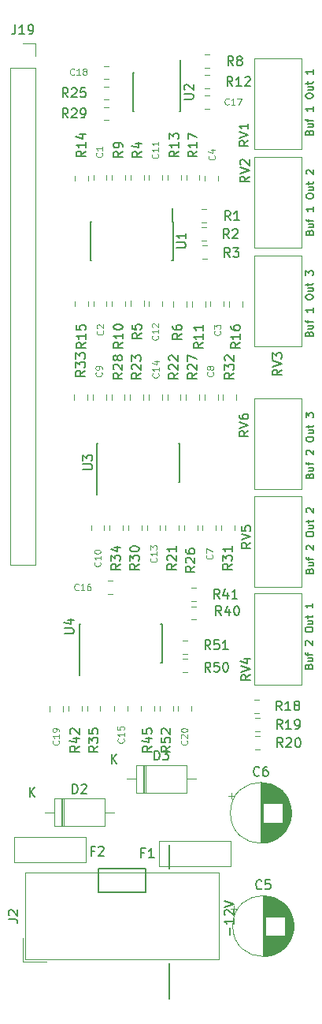
<source format=gbr>
%TF.GenerationSoftware,KiCad,Pcbnew,(5.0.1)-3*%
%TF.CreationDate,2020-04-22T20:20:14+01:00*%
%TF.ProjectId,rear,726561722E6B696361645F7063620000,rev?*%
%TF.SameCoordinates,Original*%
%TF.FileFunction,Legend,Top*%
%TF.FilePolarity,Positive*%
%FSLAX46Y46*%
G04 Gerber Fmt 4.6, Leading zero omitted, Abs format (unit mm)*
G04 Created by KiCad (PCBNEW (5.0.1)-3) date 22/04/2020 20:20:14*
%MOMM*%
%LPD*%
G01*
G04 APERTURE LIST*
%ADD10C,0.200000*%
%ADD11C,0.120000*%
%ADD12C,0.150000*%
G04 APERTURE END LIST*
D10*
X92742857Y-87519047D02*
X92780952Y-87404761D01*
X92819047Y-87366666D01*
X92895238Y-87328571D01*
X93009523Y-87328571D01*
X93085714Y-87366666D01*
X93123809Y-87404761D01*
X93161904Y-87480952D01*
X93161904Y-87785714D01*
X92361904Y-87785714D01*
X92361904Y-87519047D01*
X92400000Y-87442857D01*
X92438095Y-87404761D01*
X92514285Y-87366666D01*
X92590476Y-87366666D01*
X92666666Y-87404761D01*
X92704761Y-87442857D01*
X92742857Y-87519047D01*
X92742857Y-87785714D01*
X92628571Y-86642857D02*
X93161904Y-86642857D01*
X92628571Y-86985714D02*
X93047619Y-86985714D01*
X93123809Y-86947619D01*
X93161904Y-86871428D01*
X93161904Y-86757142D01*
X93123809Y-86680952D01*
X93085714Y-86642857D01*
X92628571Y-86376190D02*
X92628571Y-86071428D01*
X93161904Y-86261904D02*
X92476190Y-86261904D01*
X92400000Y-86223809D01*
X92361904Y-86147619D01*
X92361904Y-86071428D01*
X92438095Y-85233333D02*
X92400000Y-85195238D01*
X92361904Y-85119047D01*
X92361904Y-84928571D01*
X92400000Y-84852380D01*
X92438095Y-84814285D01*
X92514285Y-84776190D01*
X92590476Y-84776190D01*
X92704761Y-84814285D01*
X93161904Y-85271428D01*
X93161904Y-84776190D01*
X92361904Y-83671428D02*
X92361904Y-83519047D01*
X92400000Y-83442857D01*
X92476190Y-83366666D01*
X92628571Y-83328571D01*
X92895238Y-83328571D01*
X93047619Y-83366666D01*
X93123809Y-83442857D01*
X93161904Y-83519047D01*
X93161904Y-83671428D01*
X93123809Y-83747619D01*
X93047619Y-83823809D01*
X92895238Y-83861904D01*
X92628571Y-83861904D01*
X92476190Y-83823809D01*
X92400000Y-83747619D01*
X92361904Y-83671428D01*
X92628571Y-82642857D02*
X93161904Y-82642857D01*
X92628571Y-82985714D02*
X93047619Y-82985714D01*
X93123809Y-82947619D01*
X93161904Y-82871428D01*
X93161904Y-82757142D01*
X93123809Y-82680952D01*
X93085714Y-82642857D01*
X92628571Y-82376190D02*
X92628571Y-82071428D01*
X92361904Y-82261904D02*
X93047619Y-82261904D01*
X93123809Y-82223809D01*
X93161904Y-82147619D01*
X93161904Y-82071428D01*
X93161904Y-80776190D02*
X93161904Y-81233333D01*
X93161904Y-81004761D02*
X92361904Y-81004761D01*
X92476190Y-81080952D01*
X92552380Y-81157142D01*
X92590476Y-81233333D01*
X92842857Y-77269047D02*
X92880952Y-77154761D01*
X92919047Y-77116666D01*
X92995238Y-77078571D01*
X93109523Y-77078571D01*
X93185714Y-77116666D01*
X93223809Y-77154761D01*
X93261904Y-77230952D01*
X93261904Y-77535714D01*
X92461904Y-77535714D01*
X92461904Y-77269047D01*
X92500000Y-77192857D01*
X92538095Y-77154761D01*
X92614285Y-77116666D01*
X92690476Y-77116666D01*
X92766666Y-77154761D01*
X92804761Y-77192857D01*
X92842857Y-77269047D01*
X92842857Y-77535714D01*
X92728571Y-76392857D02*
X93261904Y-76392857D01*
X92728571Y-76735714D02*
X93147619Y-76735714D01*
X93223809Y-76697619D01*
X93261904Y-76621428D01*
X93261904Y-76507142D01*
X93223809Y-76430952D01*
X93185714Y-76392857D01*
X92728571Y-76126190D02*
X92728571Y-75821428D01*
X93261904Y-76011904D02*
X92576190Y-76011904D01*
X92500000Y-75973809D01*
X92461904Y-75897619D01*
X92461904Y-75821428D01*
X92538095Y-74983333D02*
X92500000Y-74945238D01*
X92461904Y-74869047D01*
X92461904Y-74678571D01*
X92500000Y-74602380D01*
X92538095Y-74564285D01*
X92614285Y-74526190D01*
X92690476Y-74526190D01*
X92804761Y-74564285D01*
X93261904Y-75021428D01*
X93261904Y-74526190D01*
X92461904Y-73421428D02*
X92461904Y-73269047D01*
X92500000Y-73192857D01*
X92576190Y-73116666D01*
X92728571Y-73078571D01*
X92995238Y-73078571D01*
X93147619Y-73116666D01*
X93223809Y-73192857D01*
X93261904Y-73269047D01*
X93261904Y-73421428D01*
X93223809Y-73497619D01*
X93147619Y-73573809D01*
X92995238Y-73611904D01*
X92728571Y-73611904D01*
X92576190Y-73573809D01*
X92500000Y-73497619D01*
X92461904Y-73421428D01*
X92728571Y-72392857D02*
X93261904Y-72392857D01*
X92728571Y-72735714D02*
X93147619Y-72735714D01*
X93223809Y-72697619D01*
X93261904Y-72621428D01*
X93261904Y-72507142D01*
X93223809Y-72430952D01*
X93185714Y-72392857D01*
X92728571Y-72126190D02*
X92728571Y-71821428D01*
X92461904Y-72011904D02*
X93147619Y-72011904D01*
X93223809Y-71973809D01*
X93261904Y-71897619D01*
X93261904Y-71821428D01*
X92538095Y-70983333D02*
X92500000Y-70945238D01*
X92461904Y-70869047D01*
X92461904Y-70678571D01*
X92500000Y-70602380D01*
X92538095Y-70564285D01*
X92614285Y-70526190D01*
X92690476Y-70526190D01*
X92804761Y-70564285D01*
X93261904Y-71021428D01*
X93261904Y-70526190D01*
X92842857Y-67069047D02*
X92880952Y-66954761D01*
X92919047Y-66916666D01*
X92995238Y-66878571D01*
X93109523Y-66878571D01*
X93185714Y-66916666D01*
X93223809Y-66954761D01*
X93261904Y-67030952D01*
X93261904Y-67335714D01*
X92461904Y-67335714D01*
X92461904Y-67069047D01*
X92500000Y-66992857D01*
X92538095Y-66954761D01*
X92614285Y-66916666D01*
X92690476Y-66916666D01*
X92766666Y-66954761D01*
X92804761Y-66992857D01*
X92842857Y-67069047D01*
X92842857Y-67335714D01*
X92728571Y-66192857D02*
X93261904Y-66192857D01*
X92728571Y-66535714D02*
X93147619Y-66535714D01*
X93223809Y-66497619D01*
X93261904Y-66421428D01*
X93261904Y-66307142D01*
X93223809Y-66230952D01*
X93185714Y-66192857D01*
X92728571Y-65926190D02*
X92728571Y-65621428D01*
X93261904Y-65811904D02*
X92576190Y-65811904D01*
X92500000Y-65773809D01*
X92461904Y-65697619D01*
X92461904Y-65621428D01*
X92538095Y-64783333D02*
X92500000Y-64745238D01*
X92461904Y-64669047D01*
X92461904Y-64478571D01*
X92500000Y-64402380D01*
X92538095Y-64364285D01*
X92614285Y-64326190D01*
X92690476Y-64326190D01*
X92804761Y-64364285D01*
X93261904Y-64821428D01*
X93261904Y-64326190D01*
X92461904Y-63221428D02*
X92461904Y-63069047D01*
X92500000Y-62992857D01*
X92576190Y-62916666D01*
X92728571Y-62878571D01*
X92995238Y-62878571D01*
X93147619Y-62916666D01*
X93223809Y-62992857D01*
X93261904Y-63069047D01*
X93261904Y-63221428D01*
X93223809Y-63297619D01*
X93147619Y-63373809D01*
X92995238Y-63411904D01*
X92728571Y-63411904D01*
X92576190Y-63373809D01*
X92500000Y-63297619D01*
X92461904Y-63221428D01*
X92728571Y-62192857D02*
X93261904Y-62192857D01*
X92728571Y-62535714D02*
X93147619Y-62535714D01*
X93223809Y-62497619D01*
X93261904Y-62421428D01*
X93261904Y-62307142D01*
X93223809Y-62230952D01*
X93185714Y-62192857D01*
X92728571Y-61926190D02*
X92728571Y-61621428D01*
X92461904Y-61811904D02*
X93147619Y-61811904D01*
X93223809Y-61773809D01*
X93261904Y-61697619D01*
X93261904Y-61621428D01*
X92461904Y-60821428D02*
X92461904Y-60326190D01*
X92766666Y-60592857D01*
X92766666Y-60478571D01*
X92804761Y-60402380D01*
X92842857Y-60364285D01*
X92919047Y-60326190D01*
X93109523Y-60326190D01*
X93185714Y-60364285D01*
X93223809Y-60402380D01*
X93261904Y-60478571D01*
X93261904Y-60707142D01*
X93223809Y-60783333D01*
X93185714Y-60821428D01*
X92792857Y-51819047D02*
X92830952Y-51704761D01*
X92869047Y-51666666D01*
X92945238Y-51628571D01*
X93059523Y-51628571D01*
X93135714Y-51666666D01*
X93173809Y-51704761D01*
X93211904Y-51780952D01*
X93211904Y-52085714D01*
X92411904Y-52085714D01*
X92411904Y-51819047D01*
X92450000Y-51742857D01*
X92488095Y-51704761D01*
X92564285Y-51666666D01*
X92640476Y-51666666D01*
X92716666Y-51704761D01*
X92754761Y-51742857D01*
X92792857Y-51819047D01*
X92792857Y-52085714D01*
X92678571Y-50942857D02*
X93211904Y-50942857D01*
X92678571Y-51285714D02*
X93097619Y-51285714D01*
X93173809Y-51247619D01*
X93211904Y-51171428D01*
X93211904Y-51057142D01*
X93173809Y-50980952D01*
X93135714Y-50942857D01*
X92678571Y-50676190D02*
X92678571Y-50371428D01*
X93211904Y-50561904D02*
X92526190Y-50561904D01*
X92450000Y-50523809D01*
X92411904Y-50447619D01*
X92411904Y-50371428D01*
X93211904Y-49076190D02*
X93211904Y-49533333D01*
X93211904Y-49304761D02*
X92411904Y-49304761D01*
X92526190Y-49380952D01*
X92602380Y-49457142D01*
X92640476Y-49533333D01*
X92411904Y-47971428D02*
X92411904Y-47819047D01*
X92450000Y-47742857D01*
X92526190Y-47666666D01*
X92678571Y-47628571D01*
X92945238Y-47628571D01*
X93097619Y-47666666D01*
X93173809Y-47742857D01*
X93211904Y-47819047D01*
X93211904Y-47971428D01*
X93173809Y-48047619D01*
X93097619Y-48123809D01*
X92945238Y-48161904D01*
X92678571Y-48161904D01*
X92526190Y-48123809D01*
X92450000Y-48047619D01*
X92411904Y-47971428D01*
X92678571Y-46942857D02*
X93211904Y-46942857D01*
X92678571Y-47285714D02*
X93097619Y-47285714D01*
X93173809Y-47247619D01*
X93211904Y-47171428D01*
X93211904Y-47057142D01*
X93173809Y-46980952D01*
X93135714Y-46942857D01*
X92678571Y-46676190D02*
X92678571Y-46371428D01*
X92411904Y-46561904D02*
X93097619Y-46561904D01*
X93173809Y-46523809D01*
X93211904Y-46447619D01*
X93211904Y-46371428D01*
X92411904Y-45571428D02*
X92411904Y-45076190D01*
X92716666Y-45342857D01*
X92716666Y-45228571D01*
X92754761Y-45152380D01*
X92792857Y-45114285D01*
X92869047Y-45076190D01*
X93059523Y-45076190D01*
X93135714Y-45114285D01*
X93173809Y-45152380D01*
X93211904Y-45228571D01*
X93211904Y-45457142D01*
X93173809Y-45533333D01*
X93135714Y-45571428D01*
X92842857Y-40969047D02*
X92880952Y-40854761D01*
X92919047Y-40816666D01*
X92995238Y-40778571D01*
X93109523Y-40778571D01*
X93185714Y-40816666D01*
X93223809Y-40854761D01*
X93261904Y-40930952D01*
X93261904Y-41235714D01*
X92461904Y-41235714D01*
X92461904Y-40969047D01*
X92500000Y-40892857D01*
X92538095Y-40854761D01*
X92614285Y-40816666D01*
X92690476Y-40816666D01*
X92766666Y-40854761D01*
X92804761Y-40892857D01*
X92842857Y-40969047D01*
X92842857Y-41235714D01*
X92728571Y-40092857D02*
X93261904Y-40092857D01*
X92728571Y-40435714D02*
X93147619Y-40435714D01*
X93223809Y-40397619D01*
X93261904Y-40321428D01*
X93261904Y-40207142D01*
X93223809Y-40130952D01*
X93185714Y-40092857D01*
X92728571Y-39826190D02*
X92728571Y-39521428D01*
X93261904Y-39711904D02*
X92576190Y-39711904D01*
X92500000Y-39673809D01*
X92461904Y-39597619D01*
X92461904Y-39521428D01*
X93261904Y-38226190D02*
X93261904Y-38683333D01*
X93261904Y-38454761D02*
X92461904Y-38454761D01*
X92576190Y-38530952D01*
X92652380Y-38607142D01*
X92690476Y-38683333D01*
X92461904Y-37121428D02*
X92461904Y-36969047D01*
X92500000Y-36892857D01*
X92576190Y-36816666D01*
X92728571Y-36778571D01*
X92995238Y-36778571D01*
X93147619Y-36816666D01*
X93223809Y-36892857D01*
X93261904Y-36969047D01*
X93261904Y-37121428D01*
X93223809Y-37197619D01*
X93147619Y-37273809D01*
X92995238Y-37311904D01*
X92728571Y-37311904D01*
X92576190Y-37273809D01*
X92500000Y-37197619D01*
X92461904Y-37121428D01*
X92728571Y-36092857D02*
X93261904Y-36092857D01*
X92728571Y-36435714D02*
X93147619Y-36435714D01*
X93223809Y-36397619D01*
X93261904Y-36321428D01*
X93261904Y-36207142D01*
X93223809Y-36130952D01*
X93185714Y-36092857D01*
X92728571Y-35826190D02*
X92728571Y-35521428D01*
X92461904Y-35711904D02*
X93147619Y-35711904D01*
X93223809Y-35673809D01*
X93261904Y-35597619D01*
X93261904Y-35521428D01*
X92538095Y-34683333D02*
X92500000Y-34645238D01*
X92461904Y-34569047D01*
X92461904Y-34378571D01*
X92500000Y-34302380D01*
X92538095Y-34264285D01*
X92614285Y-34226190D01*
X92690476Y-34226190D01*
X92804761Y-34264285D01*
X93261904Y-34721428D01*
X93261904Y-34226190D01*
X92792857Y-30219047D02*
X92830952Y-30104761D01*
X92869047Y-30066666D01*
X92945238Y-30028571D01*
X93059523Y-30028571D01*
X93135714Y-30066666D01*
X93173809Y-30104761D01*
X93211904Y-30180952D01*
X93211904Y-30485714D01*
X92411904Y-30485714D01*
X92411904Y-30219047D01*
X92450000Y-30142857D01*
X92488095Y-30104761D01*
X92564285Y-30066666D01*
X92640476Y-30066666D01*
X92716666Y-30104761D01*
X92754761Y-30142857D01*
X92792857Y-30219047D01*
X92792857Y-30485714D01*
X92678571Y-29342857D02*
X93211904Y-29342857D01*
X92678571Y-29685714D02*
X93097619Y-29685714D01*
X93173809Y-29647619D01*
X93211904Y-29571428D01*
X93211904Y-29457142D01*
X93173809Y-29380952D01*
X93135714Y-29342857D01*
X92678571Y-29076190D02*
X92678571Y-28771428D01*
X93211904Y-28961904D02*
X92526190Y-28961904D01*
X92450000Y-28923809D01*
X92411904Y-28847619D01*
X92411904Y-28771428D01*
X93211904Y-27476190D02*
X93211904Y-27933333D01*
X93211904Y-27704761D02*
X92411904Y-27704761D01*
X92526190Y-27780952D01*
X92602380Y-27857142D01*
X92640476Y-27933333D01*
X92411904Y-26371428D02*
X92411904Y-26219047D01*
X92450000Y-26142857D01*
X92526190Y-26066666D01*
X92678571Y-26028571D01*
X92945238Y-26028571D01*
X93097619Y-26066666D01*
X93173809Y-26142857D01*
X93211904Y-26219047D01*
X93211904Y-26371428D01*
X93173809Y-26447619D01*
X93097619Y-26523809D01*
X92945238Y-26561904D01*
X92678571Y-26561904D01*
X92526190Y-26523809D01*
X92450000Y-26447619D01*
X92411904Y-26371428D01*
X92678571Y-25342857D02*
X93211904Y-25342857D01*
X92678571Y-25685714D02*
X93097619Y-25685714D01*
X93173809Y-25647619D01*
X93211904Y-25571428D01*
X93211904Y-25457142D01*
X93173809Y-25380952D01*
X93135714Y-25342857D01*
X92678571Y-25076190D02*
X92678571Y-24771428D01*
X92411904Y-24961904D02*
X93097619Y-24961904D01*
X93173809Y-24923809D01*
X93211904Y-24847619D01*
X93211904Y-24771428D01*
X93211904Y-23476190D02*
X93211904Y-23933333D01*
X93211904Y-23704761D02*
X92411904Y-23704761D01*
X92526190Y-23780952D01*
X92602380Y-23857142D01*
X92640476Y-23933333D01*
D11*
X71010000Y-34838748D02*
X71010000Y-35361252D01*
X69590000Y-34838748D02*
X69590000Y-35361252D01*
X71010000Y-48861252D02*
X71010000Y-48338748D01*
X69590000Y-48861252D02*
X69590000Y-48338748D01*
X82190000Y-48886252D02*
X82190000Y-48363748D01*
X83610000Y-48886252D02*
X83610000Y-48363748D01*
X83010000Y-35386252D02*
X83010000Y-34863748D01*
X81590000Y-35386252D02*
X81590000Y-34863748D01*
X91120000Y-115400000D02*
G75*
G03X91120000Y-115400000I-3270000J0D01*
G01*
X87850000Y-112170000D02*
X87850000Y-118630000D01*
X87890000Y-112170000D02*
X87890000Y-118630000D01*
X87930000Y-112170000D02*
X87930000Y-118630000D01*
X87970000Y-112172000D02*
X87970000Y-118628000D01*
X88010000Y-112173000D02*
X88010000Y-118627000D01*
X88050000Y-112176000D02*
X88050000Y-118624000D01*
X88090000Y-112178000D02*
X88090000Y-114360000D01*
X88090000Y-116440000D02*
X88090000Y-118622000D01*
X88130000Y-112182000D02*
X88130000Y-114360000D01*
X88130000Y-116440000D02*
X88130000Y-118618000D01*
X88170000Y-112185000D02*
X88170000Y-114360000D01*
X88170000Y-116440000D02*
X88170000Y-118615000D01*
X88210000Y-112189000D02*
X88210000Y-114360000D01*
X88210000Y-116440000D02*
X88210000Y-118611000D01*
X88250000Y-112194000D02*
X88250000Y-114360000D01*
X88250000Y-116440000D02*
X88250000Y-118606000D01*
X88290000Y-112199000D02*
X88290000Y-114360000D01*
X88290000Y-116440000D02*
X88290000Y-118601000D01*
X88330000Y-112205000D02*
X88330000Y-114360000D01*
X88330000Y-116440000D02*
X88330000Y-118595000D01*
X88370000Y-112211000D02*
X88370000Y-114360000D01*
X88370000Y-116440000D02*
X88370000Y-118589000D01*
X88410000Y-112218000D02*
X88410000Y-114360000D01*
X88410000Y-116440000D02*
X88410000Y-118582000D01*
X88450000Y-112225000D02*
X88450000Y-114360000D01*
X88450000Y-116440000D02*
X88450000Y-118575000D01*
X88490000Y-112233000D02*
X88490000Y-114360000D01*
X88490000Y-116440000D02*
X88490000Y-118567000D01*
X88530000Y-112241000D02*
X88530000Y-114360000D01*
X88530000Y-116440000D02*
X88530000Y-118559000D01*
X88571000Y-112250000D02*
X88571000Y-114360000D01*
X88571000Y-116440000D02*
X88571000Y-118550000D01*
X88611000Y-112259000D02*
X88611000Y-114360000D01*
X88611000Y-116440000D02*
X88611000Y-118541000D01*
X88651000Y-112269000D02*
X88651000Y-114360000D01*
X88651000Y-116440000D02*
X88651000Y-118531000D01*
X88691000Y-112279000D02*
X88691000Y-114360000D01*
X88691000Y-116440000D02*
X88691000Y-118521000D01*
X88731000Y-112290000D02*
X88731000Y-114360000D01*
X88731000Y-116440000D02*
X88731000Y-118510000D01*
X88771000Y-112302000D02*
X88771000Y-114360000D01*
X88771000Y-116440000D02*
X88771000Y-118498000D01*
X88811000Y-112314000D02*
X88811000Y-114360000D01*
X88811000Y-116440000D02*
X88811000Y-118486000D01*
X88851000Y-112326000D02*
X88851000Y-114360000D01*
X88851000Y-116440000D02*
X88851000Y-118474000D01*
X88891000Y-112339000D02*
X88891000Y-114360000D01*
X88891000Y-116440000D02*
X88891000Y-118461000D01*
X88931000Y-112353000D02*
X88931000Y-114360000D01*
X88931000Y-116440000D02*
X88931000Y-118447000D01*
X88971000Y-112367000D02*
X88971000Y-114360000D01*
X88971000Y-116440000D02*
X88971000Y-118433000D01*
X89011000Y-112382000D02*
X89011000Y-114360000D01*
X89011000Y-116440000D02*
X89011000Y-118418000D01*
X89051000Y-112398000D02*
X89051000Y-114360000D01*
X89051000Y-116440000D02*
X89051000Y-118402000D01*
X89091000Y-112414000D02*
X89091000Y-114360000D01*
X89091000Y-116440000D02*
X89091000Y-118386000D01*
X89131000Y-112430000D02*
X89131000Y-114360000D01*
X89131000Y-116440000D02*
X89131000Y-118370000D01*
X89171000Y-112448000D02*
X89171000Y-114360000D01*
X89171000Y-116440000D02*
X89171000Y-118352000D01*
X89211000Y-112466000D02*
X89211000Y-114360000D01*
X89211000Y-116440000D02*
X89211000Y-118334000D01*
X89251000Y-112484000D02*
X89251000Y-114360000D01*
X89251000Y-116440000D02*
X89251000Y-118316000D01*
X89291000Y-112504000D02*
X89291000Y-114360000D01*
X89291000Y-116440000D02*
X89291000Y-118296000D01*
X89331000Y-112524000D02*
X89331000Y-114360000D01*
X89331000Y-116440000D02*
X89331000Y-118276000D01*
X89371000Y-112544000D02*
X89371000Y-114360000D01*
X89371000Y-116440000D02*
X89371000Y-118256000D01*
X89411000Y-112566000D02*
X89411000Y-114360000D01*
X89411000Y-116440000D02*
X89411000Y-118234000D01*
X89451000Y-112588000D02*
X89451000Y-114360000D01*
X89451000Y-116440000D02*
X89451000Y-118212000D01*
X89491000Y-112610000D02*
X89491000Y-114360000D01*
X89491000Y-116440000D02*
X89491000Y-118190000D01*
X89531000Y-112634000D02*
X89531000Y-114360000D01*
X89531000Y-116440000D02*
X89531000Y-118166000D01*
X89571000Y-112658000D02*
X89571000Y-114360000D01*
X89571000Y-116440000D02*
X89571000Y-118142000D01*
X89611000Y-112684000D02*
X89611000Y-114360000D01*
X89611000Y-116440000D02*
X89611000Y-118116000D01*
X89651000Y-112710000D02*
X89651000Y-114360000D01*
X89651000Y-116440000D02*
X89651000Y-118090000D01*
X89691000Y-112736000D02*
X89691000Y-114360000D01*
X89691000Y-116440000D02*
X89691000Y-118064000D01*
X89731000Y-112764000D02*
X89731000Y-114360000D01*
X89731000Y-116440000D02*
X89731000Y-118036000D01*
X89771000Y-112793000D02*
X89771000Y-114360000D01*
X89771000Y-116440000D02*
X89771000Y-118007000D01*
X89811000Y-112822000D02*
X89811000Y-114360000D01*
X89811000Y-116440000D02*
X89811000Y-117978000D01*
X89851000Y-112852000D02*
X89851000Y-114360000D01*
X89851000Y-116440000D02*
X89851000Y-117948000D01*
X89891000Y-112884000D02*
X89891000Y-114360000D01*
X89891000Y-116440000D02*
X89891000Y-117916000D01*
X89931000Y-112916000D02*
X89931000Y-114360000D01*
X89931000Y-116440000D02*
X89931000Y-117884000D01*
X89971000Y-112950000D02*
X89971000Y-114360000D01*
X89971000Y-116440000D02*
X89971000Y-117850000D01*
X90011000Y-112984000D02*
X90011000Y-114360000D01*
X90011000Y-116440000D02*
X90011000Y-117816000D01*
X90051000Y-113020000D02*
X90051000Y-114360000D01*
X90051000Y-116440000D02*
X90051000Y-117780000D01*
X90091000Y-113057000D02*
X90091000Y-114360000D01*
X90091000Y-116440000D02*
X90091000Y-117743000D01*
X90131000Y-113095000D02*
X90131000Y-114360000D01*
X90131000Y-116440000D02*
X90131000Y-117705000D01*
X90171000Y-113135000D02*
X90171000Y-117665000D01*
X90211000Y-113176000D02*
X90211000Y-117624000D01*
X90251000Y-113218000D02*
X90251000Y-117582000D01*
X90291000Y-113263000D02*
X90291000Y-117537000D01*
X90331000Y-113308000D02*
X90331000Y-117492000D01*
X90371000Y-113356000D02*
X90371000Y-117444000D01*
X90411000Y-113405000D02*
X90411000Y-117395000D01*
X90451000Y-113456000D02*
X90451000Y-117344000D01*
X90491000Y-113510000D02*
X90491000Y-117290000D01*
X90531000Y-113566000D02*
X90531000Y-117234000D01*
X90571000Y-113624000D02*
X90571000Y-117176000D01*
X90611000Y-113686000D02*
X90611000Y-117114000D01*
X90651000Y-113750000D02*
X90651000Y-117050000D01*
X90691000Y-113819000D02*
X90691000Y-116981000D01*
X90731000Y-113891000D02*
X90731000Y-116909000D01*
X90771000Y-113968000D02*
X90771000Y-116832000D01*
X90811000Y-114050000D02*
X90811000Y-116750000D01*
X90851000Y-114138000D02*
X90851000Y-116662000D01*
X90891000Y-114235000D02*
X90891000Y-116565000D01*
X90931000Y-114341000D02*
X90931000Y-116459000D01*
X90971000Y-114460000D02*
X90971000Y-116340000D01*
X91011000Y-114598000D02*
X91011000Y-116202000D01*
X91051000Y-114767000D02*
X91051000Y-116033000D01*
X91091000Y-114998000D02*
X91091000Y-115802000D01*
X84349759Y-113561000D02*
X84979759Y-113561000D01*
X84664759Y-113246000D02*
X84664759Y-113876000D01*
X84414759Y-101096000D02*
X84414759Y-101726000D01*
X84099759Y-101411000D02*
X84729759Y-101411000D01*
X90841000Y-102848000D02*
X90841000Y-103652000D01*
X90801000Y-102617000D02*
X90801000Y-103883000D01*
X90761000Y-102448000D02*
X90761000Y-104052000D01*
X90721000Y-102310000D02*
X90721000Y-104190000D01*
X90681000Y-102191000D02*
X90681000Y-104309000D01*
X90641000Y-102085000D02*
X90641000Y-104415000D01*
X90601000Y-101988000D02*
X90601000Y-104512000D01*
X90561000Y-101900000D02*
X90561000Y-104600000D01*
X90521000Y-101818000D02*
X90521000Y-104682000D01*
X90481000Y-101741000D02*
X90481000Y-104759000D01*
X90441000Y-101669000D02*
X90441000Y-104831000D01*
X90401000Y-101600000D02*
X90401000Y-104900000D01*
X90361000Y-101536000D02*
X90361000Y-104964000D01*
X90321000Y-101474000D02*
X90321000Y-105026000D01*
X90281000Y-101416000D02*
X90281000Y-105084000D01*
X90241000Y-101360000D02*
X90241000Y-105140000D01*
X90201000Y-101306000D02*
X90201000Y-105194000D01*
X90161000Y-101255000D02*
X90161000Y-105245000D01*
X90121000Y-101206000D02*
X90121000Y-105294000D01*
X90081000Y-101158000D02*
X90081000Y-105342000D01*
X90041000Y-101113000D02*
X90041000Y-105387000D01*
X90001000Y-101068000D02*
X90001000Y-105432000D01*
X89961000Y-101026000D02*
X89961000Y-105474000D01*
X89921000Y-100985000D02*
X89921000Y-105515000D01*
X89881000Y-104290000D02*
X89881000Y-105555000D01*
X89881000Y-100945000D02*
X89881000Y-102210000D01*
X89841000Y-104290000D02*
X89841000Y-105593000D01*
X89841000Y-100907000D02*
X89841000Y-102210000D01*
X89801000Y-104290000D02*
X89801000Y-105630000D01*
X89801000Y-100870000D02*
X89801000Y-102210000D01*
X89761000Y-104290000D02*
X89761000Y-105666000D01*
X89761000Y-100834000D02*
X89761000Y-102210000D01*
X89721000Y-104290000D02*
X89721000Y-105700000D01*
X89721000Y-100800000D02*
X89721000Y-102210000D01*
X89681000Y-104290000D02*
X89681000Y-105734000D01*
X89681000Y-100766000D02*
X89681000Y-102210000D01*
X89641000Y-104290000D02*
X89641000Y-105766000D01*
X89641000Y-100734000D02*
X89641000Y-102210000D01*
X89601000Y-104290000D02*
X89601000Y-105798000D01*
X89601000Y-100702000D02*
X89601000Y-102210000D01*
X89561000Y-104290000D02*
X89561000Y-105828000D01*
X89561000Y-100672000D02*
X89561000Y-102210000D01*
X89521000Y-104290000D02*
X89521000Y-105857000D01*
X89521000Y-100643000D02*
X89521000Y-102210000D01*
X89481000Y-104290000D02*
X89481000Y-105886000D01*
X89481000Y-100614000D02*
X89481000Y-102210000D01*
X89441000Y-104290000D02*
X89441000Y-105914000D01*
X89441000Y-100586000D02*
X89441000Y-102210000D01*
X89401000Y-104290000D02*
X89401000Y-105940000D01*
X89401000Y-100560000D02*
X89401000Y-102210000D01*
X89361000Y-104290000D02*
X89361000Y-105966000D01*
X89361000Y-100534000D02*
X89361000Y-102210000D01*
X89321000Y-104290000D02*
X89321000Y-105992000D01*
X89321000Y-100508000D02*
X89321000Y-102210000D01*
X89281000Y-104290000D02*
X89281000Y-106016000D01*
X89281000Y-100484000D02*
X89281000Y-102210000D01*
X89241000Y-104290000D02*
X89241000Y-106040000D01*
X89241000Y-100460000D02*
X89241000Y-102210000D01*
X89201000Y-104290000D02*
X89201000Y-106062000D01*
X89201000Y-100438000D02*
X89201000Y-102210000D01*
X89161000Y-104290000D02*
X89161000Y-106084000D01*
X89161000Y-100416000D02*
X89161000Y-102210000D01*
X89121000Y-104290000D02*
X89121000Y-106106000D01*
X89121000Y-100394000D02*
X89121000Y-102210000D01*
X89081000Y-104290000D02*
X89081000Y-106126000D01*
X89081000Y-100374000D02*
X89081000Y-102210000D01*
X89041000Y-104290000D02*
X89041000Y-106146000D01*
X89041000Y-100354000D02*
X89041000Y-102210000D01*
X89001000Y-104290000D02*
X89001000Y-106166000D01*
X89001000Y-100334000D02*
X89001000Y-102210000D01*
X88961000Y-104290000D02*
X88961000Y-106184000D01*
X88961000Y-100316000D02*
X88961000Y-102210000D01*
X88921000Y-104290000D02*
X88921000Y-106202000D01*
X88921000Y-100298000D02*
X88921000Y-102210000D01*
X88881000Y-104290000D02*
X88881000Y-106220000D01*
X88881000Y-100280000D02*
X88881000Y-102210000D01*
X88841000Y-104290000D02*
X88841000Y-106236000D01*
X88841000Y-100264000D02*
X88841000Y-102210000D01*
X88801000Y-104290000D02*
X88801000Y-106252000D01*
X88801000Y-100248000D02*
X88801000Y-102210000D01*
X88761000Y-104290000D02*
X88761000Y-106268000D01*
X88761000Y-100232000D02*
X88761000Y-102210000D01*
X88721000Y-104290000D02*
X88721000Y-106283000D01*
X88721000Y-100217000D02*
X88721000Y-102210000D01*
X88681000Y-104290000D02*
X88681000Y-106297000D01*
X88681000Y-100203000D02*
X88681000Y-102210000D01*
X88641000Y-104290000D02*
X88641000Y-106311000D01*
X88641000Y-100189000D02*
X88641000Y-102210000D01*
X88601000Y-104290000D02*
X88601000Y-106324000D01*
X88601000Y-100176000D02*
X88601000Y-102210000D01*
X88561000Y-104290000D02*
X88561000Y-106336000D01*
X88561000Y-100164000D02*
X88561000Y-102210000D01*
X88521000Y-104290000D02*
X88521000Y-106348000D01*
X88521000Y-100152000D02*
X88521000Y-102210000D01*
X88481000Y-104290000D02*
X88481000Y-106360000D01*
X88481000Y-100140000D02*
X88481000Y-102210000D01*
X88441000Y-104290000D02*
X88441000Y-106371000D01*
X88441000Y-100129000D02*
X88441000Y-102210000D01*
X88401000Y-104290000D02*
X88401000Y-106381000D01*
X88401000Y-100119000D02*
X88401000Y-102210000D01*
X88361000Y-104290000D02*
X88361000Y-106391000D01*
X88361000Y-100109000D02*
X88361000Y-102210000D01*
X88321000Y-104290000D02*
X88321000Y-106400000D01*
X88321000Y-100100000D02*
X88321000Y-102210000D01*
X88280000Y-104290000D02*
X88280000Y-106409000D01*
X88280000Y-100091000D02*
X88280000Y-102210000D01*
X88240000Y-104290000D02*
X88240000Y-106417000D01*
X88240000Y-100083000D02*
X88240000Y-102210000D01*
X88200000Y-104290000D02*
X88200000Y-106425000D01*
X88200000Y-100075000D02*
X88200000Y-102210000D01*
X88160000Y-104290000D02*
X88160000Y-106432000D01*
X88160000Y-100068000D02*
X88160000Y-102210000D01*
X88120000Y-104290000D02*
X88120000Y-106439000D01*
X88120000Y-100061000D02*
X88120000Y-102210000D01*
X88080000Y-104290000D02*
X88080000Y-106445000D01*
X88080000Y-100055000D02*
X88080000Y-102210000D01*
X88040000Y-104290000D02*
X88040000Y-106451000D01*
X88040000Y-100049000D02*
X88040000Y-102210000D01*
X88000000Y-104290000D02*
X88000000Y-106456000D01*
X88000000Y-100044000D02*
X88000000Y-102210000D01*
X87960000Y-104290000D02*
X87960000Y-106461000D01*
X87960000Y-100039000D02*
X87960000Y-102210000D01*
X87920000Y-104290000D02*
X87920000Y-106465000D01*
X87920000Y-100035000D02*
X87920000Y-102210000D01*
X87880000Y-104290000D02*
X87880000Y-106468000D01*
X87880000Y-100032000D02*
X87880000Y-102210000D01*
X87840000Y-104290000D02*
X87840000Y-106472000D01*
X87840000Y-100028000D02*
X87840000Y-102210000D01*
X87800000Y-100026000D02*
X87800000Y-106474000D01*
X87760000Y-100023000D02*
X87760000Y-106477000D01*
X87720000Y-100022000D02*
X87720000Y-106478000D01*
X87680000Y-100020000D02*
X87680000Y-106480000D01*
X87640000Y-100020000D02*
X87640000Y-106480000D01*
X87600000Y-100020000D02*
X87600000Y-106480000D01*
X90870000Y-103250000D02*
G75*
G03X90870000Y-103250000I-3270000J0D01*
G01*
X81340000Y-72911252D02*
X81340000Y-72388748D01*
X82760000Y-72911252D02*
X82760000Y-72388748D01*
X81540000Y-58388748D02*
X81540000Y-58911252D01*
X82960000Y-58388748D02*
X82960000Y-58911252D01*
X70960000Y-58388748D02*
X70960000Y-58911252D01*
X69540000Y-58388748D02*
X69540000Y-58911252D01*
X69340000Y-72388748D02*
X69340000Y-72911252D01*
X70760000Y-72388748D02*
X70760000Y-72911252D01*
X75590000Y-34838748D02*
X75590000Y-35361252D01*
X77010000Y-34838748D02*
X77010000Y-35361252D01*
X77010000Y-48363748D02*
X77010000Y-48886252D01*
X75590000Y-48363748D02*
X75590000Y-48886252D01*
X76760000Y-72911252D02*
X76760000Y-72388748D01*
X75340000Y-72911252D02*
X75340000Y-72388748D01*
X75540000Y-58911252D02*
X75540000Y-58388748D01*
X76960000Y-58911252D02*
X76960000Y-58388748D01*
X73234179Y-92319376D02*
X73234179Y-91796872D01*
X71814179Y-92319376D02*
X71814179Y-91796872D01*
X71685431Y-79768124D02*
X71162927Y-79768124D01*
X71685431Y-78348124D02*
X71162927Y-78348124D01*
X82061252Y-27710000D02*
X81538748Y-27710000D01*
X82061252Y-26290000D02*
X81538748Y-26290000D01*
X71261252Y-23090000D02*
X70738748Y-23090000D01*
X71261252Y-24510000D02*
X70738748Y-24510000D01*
X64914179Y-91821872D02*
X64914179Y-92344376D01*
X66334179Y-91821872D02*
X66334179Y-92344376D01*
X80134179Y-91771872D02*
X80134179Y-92294376D01*
X78714179Y-91771872D02*
X78714179Y-92294376D01*
X66140000Y-101730000D02*
X66140000Y-104670000D01*
X66380000Y-101730000D02*
X66380000Y-104670000D01*
X66260000Y-101730000D02*
X66260000Y-104670000D01*
X71820000Y-103200000D02*
X70800000Y-103200000D01*
X64340000Y-103200000D02*
X65360000Y-103200000D01*
X70800000Y-101730000D02*
X65360000Y-101730000D01*
X70800000Y-104670000D02*
X70800000Y-101730000D01*
X65360000Y-104670000D02*
X70800000Y-104670000D01*
X65360000Y-101730000D02*
X65360000Y-104670000D01*
X74160000Y-98130000D02*
X74160000Y-101070000D01*
X74160000Y-101070000D02*
X79600000Y-101070000D01*
X79600000Y-101070000D02*
X79600000Y-98130000D01*
X79600000Y-98130000D02*
X74160000Y-98130000D01*
X73140000Y-99600000D02*
X74160000Y-99600000D01*
X80620000Y-99600000D02*
X79600000Y-99600000D01*
X75060000Y-98130000D02*
X75060000Y-101070000D01*
X75180000Y-98130000D02*
X75180000Y-101070000D01*
X74940000Y-98130000D02*
X74940000Y-101070000D01*
X76630000Y-108970000D02*
X76630000Y-106230000D01*
X84370000Y-108970000D02*
X84370000Y-106230000D01*
X84370000Y-106230000D02*
X76630000Y-106230000D01*
X84370000Y-108970000D02*
X76630000Y-108970000D01*
X68770000Y-108570000D02*
X61030000Y-108570000D01*
X68770000Y-105830000D02*
X61030000Y-105830000D01*
X68770000Y-108570000D02*
X68770000Y-105830000D01*
X61030000Y-108570000D02*
X61030000Y-105830000D01*
X62250000Y-109655000D02*
X83110000Y-109655000D01*
X83110000Y-109655000D02*
X83110000Y-119005000D01*
X83110000Y-119005000D02*
X62250000Y-119005000D01*
X62250000Y-119005000D02*
X62250000Y-109655000D01*
X62000000Y-119255000D02*
X64540000Y-119255000D01*
X62000000Y-119255000D02*
X62000000Y-116715000D01*
D12*
X77760000Y-109250000D02*
X77760000Y-106710000D01*
X77760000Y-119410000D02*
X77760000Y-123220000D01*
X70140000Y-109250000D02*
X70140000Y-110520000D01*
X70140000Y-110520000D02*
X70140000Y-111790000D01*
X70140000Y-111790000D02*
X75220000Y-111790000D01*
X75220000Y-111790000D02*
X75220000Y-109250000D01*
X75220000Y-109250000D02*
X70140000Y-109250000D01*
D11*
X62000000Y-20670000D02*
X63330000Y-20670000D01*
X63330000Y-20670000D02*
X63330000Y-22000000D01*
X63330000Y-23270000D02*
X63330000Y-76670000D01*
X60670000Y-76670000D02*
X63330000Y-76670000D01*
X60670000Y-23270000D02*
X60670000Y-76670000D01*
X60670000Y-23270000D02*
X63330000Y-23270000D01*
X81238748Y-39860000D02*
X81761252Y-39860000D01*
X81238748Y-38440000D02*
X81761252Y-38440000D01*
X81238748Y-40390000D02*
X81761252Y-40390000D01*
X81238748Y-41810000D02*
X81761252Y-41810000D01*
X81288748Y-42340000D02*
X81811252Y-42340000D01*
X81288748Y-43760000D02*
X81811252Y-43760000D01*
X75010000Y-34838748D02*
X75010000Y-35361252D01*
X73590000Y-34838748D02*
X73590000Y-35361252D01*
X75010000Y-48836252D02*
X75010000Y-48313748D01*
X73590000Y-48836252D02*
X73590000Y-48313748D01*
X79610000Y-48911252D02*
X79610000Y-48388748D01*
X78190000Y-48911252D02*
X78190000Y-48388748D01*
X81538748Y-21890000D02*
X82061252Y-21890000D01*
X81538748Y-23310000D02*
X82061252Y-23310000D01*
X73010000Y-35361252D02*
X73010000Y-34838748D01*
X71590000Y-35361252D02*
X71590000Y-34838748D01*
X71590000Y-48338748D02*
X71590000Y-48861252D01*
X73010000Y-48338748D02*
X73010000Y-48861252D01*
X81610000Y-48388748D02*
X81610000Y-48911252D01*
X80190000Y-48388748D02*
X80190000Y-48911252D01*
X82061252Y-24090000D02*
X81538748Y-24090000D01*
X82061252Y-25510000D02*
X81538748Y-25510000D01*
X77590000Y-35361252D02*
X77590000Y-34838748D01*
X79010000Y-35361252D02*
X79010000Y-34838748D01*
X69010000Y-34863748D02*
X69010000Y-35386252D01*
X67590000Y-34863748D02*
X67590000Y-35386252D01*
X67590000Y-48861252D02*
X67590000Y-48338748D01*
X69010000Y-48861252D02*
X69010000Y-48338748D01*
X85610000Y-48911252D02*
X85610000Y-48388748D01*
X84190000Y-48911252D02*
X84190000Y-48388748D01*
X81010000Y-35361252D02*
X81010000Y-34838748D01*
X79590000Y-35361252D02*
X79590000Y-34838748D01*
X86888748Y-91140000D02*
X87411252Y-91140000D01*
X86888748Y-92560000D02*
X87411252Y-92560000D01*
X86938748Y-94510000D02*
X87461252Y-94510000D01*
X86938748Y-93090000D02*
X87461252Y-93090000D01*
X86938748Y-96460000D02*
X87461252Y-96460000D01*
X86938748Y-95040000D02*
X87461252Y-95040000D01*
X78760000Y-72911252D02*
X78760000Y-72388748D01*
X77340000Y-72911252D02*
X77340000Y-72388748D01*
X78960000Y-58388748D02*
X78960000Y-58911252D01*
X77540000Y-58388748D02*
X77540000Y-58911252D01*
X73540000Y-58388748D02*
X73540000Y-58911252D01*
X74960000Y-58388748D02*
X74960000Y-58911252D01*
X71261252Y-25290000D02*
X70738748Y-25290000D01*
X71261252Y-26710000D02*
X70738748Y-26710000D01*
X80760000Y-72388748D02*
X80760000Y-72911252D01*
X79340000Y-72388748D02*
X79340000Y-72911252D01*
X80960000Y-58911252D02*
X80960000Y-58388748D01*
X79540000Y-58911252D02*
X79540000Y-58388748D01*
X71540000Y-58911252D02*
X71540000Y-58388748D01*
X72960000Y-58911252D02*
X72960000Y-58388748D01*
X70738748Y-27490000D02*
X71261252Y-27490000D01*
X70738748Y-28910000D02*
X71261252Y-28910000D01*
X73340000Y-72388748D02*
X73340000Y-72911252D01*
X74760000Y-72388748D02*
X74760000Y-72911252D01*
X83340000Y-72911252D02*
X83340000Y-72388748D01*
X84760000Y-72911252D02*
X84760000Y-72388748D01*
X84960000Y-58388748D02*
X84960000Y-58911252D01*
X83540000Y-58388748D02*
X83540000Y-58911252D01*
X68960000Y-58388748D02*
X68960000Y-58911252D01*
X67540000Y-58388748D02*
X67540000Y-58911252D01*
X71340000Y-72388748D02*
X71340000Y-72911252D01*
X72760000Y-72388748D02*
X72760000Y-72911252D01*
X70334179Y-91796872D02*
X70334179Y-92319376D01*
X68914179Y-91796872D02*
X68914179Y-92319376D01*
X80661252Y-82510000D02*
X80138748Y-82510000D01*
X80661252Y-81090000D02*
X80138748Y-81090000D01*
X80138748Y-80510000D02*
X80661252Y-80510000D01*
X80138748Y-79090000D02*
X80661252Y-79090000D01*
X68334179Y-91796872D02*
X68334179Y-92319376D01*
X66914179Y-91796872D02*
X66914179Y-92319376D01*
X74714179Y-91796872D02*
X74714179Y-92319376D01*
X76134179Y-91796872D02*
X76134179Y-92319376D01*
X79685431Y-86748124D02*
X79162927Y-86748124D01*
X79685431Y-88168124D02*
X79162927Y-88168124D01*
X79162927Y-84748124D02*
X79685431Y-84748124D01*
X79162927Y-86168124D02*
X79685431Y-86168124D01*
X78134179Y-91796872D02*
X78134179Y-92319376D01*
X76714179Y-91796872D02*
X76714179Y-92319376D01*
X86870000Y-22255000D02*
X91940000Y-22255000D01*
X86870000Y-32025000D02*
X91940000Y-32025000D01*
X91940000Y-32025000D02*
X91940000Y-22255000D01*
X86870000Y-32025000D02*
X86870000Y-22255000D01*
X86870000Y-32855000D02*
X91940000Y-32855000D01*
X86870000Y-42625000D02*
X91940000Y-42625000D01*
X91940000Y-42625000D02*
X91940000Y-32855000D01*
X86870000Y-42625000D02*
X86870000Y-32855000D01*
X86870000Y-53225000D02*
X86870000Y-43455000D01*
X91940000Y-53225000D02*
X91940000Y-43455000D01*
X86870000Y-53225000D02*
X91940000Y-53225000D01*
X86870000Y-43455000D02*
X91940000Y-43455000D01*
X86870000Y-79705000D02*
X91940000Y-79705000D01*
X86870000Y-89475000D02*
X91940000Y-89475000D01*
X91940000Y-89475000D02*
X91940000Y-79705000D01*
X86870000Y-89475000D02*
X86870000Y-79705000D01*
X86870000Y-79025000D02*
X86870000Y-69255000D01*
X91940000Y-79025000D02*
X91940000Y-69255000D01*
X86870000Y-79025000D02*
X91940000Y-79025000D01*
X86870000Y-69255000D02*
X91940000Y-69255000D01*
X86870000Y-68525000D02*
X86870000Y-58755000D01*
X91940000Y-68525000D02*
X91940000Y-58755000D01*
X86870000Y-68525000D02*
X91940000Y-68525000D01*
X86870000Y-58755000D02*
X91940000Y-58755000D01*
D12*
X78150000Y-39775000D02*
X78125000Y-39775000D01*
X78150000Y-43925000D02*
X78035000Y-43925000D01*
X69250000Y-43925000D02*
X69365000Y-43925000D01*
X69250000Y-39775000D02*
X69365000Y-39775000D01*
X78150000Y-39775000D02*
X78150000Y-43925000D01*
X69250000Y-39775000D02*
X69250000Y-43925000D01*
X78125000Y-39775000D02*
X78125000Y-38400000D01*
X78975000Y-23825000D02*
X78925000Y-23825000D01*
X78975000Y-27975000D02*
X78830000Y-27975000D01*
X73825000Y-27975000D02*
X73970000Y-27975000D01*
X73825000Y-23825000D02*
X73970000Y-23825000D01*
X78975000Y-23825000D02*
X78975000Y-27975000D01*
X73825000Y-23825000D02*
X73825000Y-27975000D01*
X78925000Y-23825000D02*
X78925000Y-22425000D01*
X69950000Y-67725000D02*
X69975000Y-67725000D01*
X69950000Y-63575000D02*
X70065000Y-63575000D01*
X78850000Y-63575000D02*
X78735000Y-63575000D01*
X78850000Y-67725000D02*
X78735000Y-67725000D01*
X69950000Y-67725000D02*
X69950000Y-63575000D01*
X78850000Y-67725000D02*
X78850000Y-63575000D01*
X69975000Y-67725000D02*
X69975000Y-69100000D01*
X68099179Y-87133124D02*
X68099179Y-88508124D01*
X76974179Y-87133124D02*
X76974179Y-82983124D01*
X68074179Y-87133124D02*
X68074179Y-82983124D01*
X76974179Y-87133124D02*
X76859179Y-87133124D01*
X76974179Y-82983124D02*
X76859179Y-82983124D01*
X68074179Y-82983124D02*
X68189179Y-82983124D01*
X68074179Y-87133124D02*
X68099179Y-87133124D01*
D11*
X70500000Y-32422666D02*
X70533333Y-32456000D01*
X70566666Y-32556000D01*
X70566666Y-32622666D01*
X70533333Y-32722666D01*
X70466666Y-32789333D01*
X70400000Y-32822666D01*
X70266666Y-32856000D01*
X70166666Y-32856000D01*
X70033333Y-32822666D01*
X69966666Y-32789333D01*
X69900000Y-32722666D01*
X69866666Y-32622666D01*
X69866666Y-32556000D01*
X69900000Y-32456000D01*
X69933333Y-32422666D01*
X70566666Y-31756000D02*
X70566666Y-32156000D01*
X70566666Y-31956000D02*
X69866666Y-31956000D01*
X69966666Y-32022666D01*
X70033333Y-32089333D01*
X70066666Y-32156000D01*
X70600000Y-51510666D02*
X70633333Y-51544000D01*
X70666666Y-51644000D01*
X70666666Y-51710666D01*
X70633333Y-51810666D01*
X70566666Y-51877333D01*
X70500000Y-51910666D01*
X70366666Y-51944000D01*
X70266666Y-51944000D01*
X70133333Y-51910666D01*
X70066666Y-51877333D01*
X70000000Y-51810666D01*
X69966666Y-51710666D01*
X69966666Y-51644000D01*
X70000000Y-51544000D01*
X70033333Y-51510666D01*
X70033333Y-51244000D02*
X70000000Y-51210666D01*
X69966666Y-51144000D01*
X69966666Y-50977333D01*
X70000000Y-50910666D01*
X70033333Y-50877333D01*
X70100000Y-50844000D01*
X70166666Y-50844000D01*
X70266666Y-50877333D01*
X70666666Y-51277333D01*
X70666666Y-50844000D01*
X83200000Y-51535666D02*
X83233333Y-51569000D01*
X83266666Y-51669000D01*
X83266666Y-51735666D01*
X83233333Y-51835666D01*
X83166666Y-51902333D01*
X83100000Y-51935666D01*
X82966666Y-51969000D01*
X82866666Y-51969000D01*
X82733333Y-51935666D01*
X82666666Y-51902333D01*
X82600000Y-51835666D01*
X82566666Y-51735666D01*
X82566666Y-51669000D01*
X82600000Y-51569000D01*
X82633333Y-51535666D01*
X82566666Y-51302333D02*
X82566666Y-50869000D01*
X82833333Y-51102333D01*
X82833333Y-51002333D01*
X82866666Y-50935666D01*
X82900000Y-50902333D01*
X82966666Y-50869000D01*
X83133333Y-50869000D01*
X83200000Y-50902333D01*
X83233333Y-50935666D01*
X83266666Y-51002333D01*
X83266666Y-51202333D01*
X83233333Y-51269000D01*
X83200000Y-51302333D01*
X82600000Y-32716666D02*
X82633333Y-32750000D01*
X82666666Y-32850000D01*
X82666666Y-32916666D01*
X82633333Y-33016666D01*
X82566666Y-33083333D01*
X82500000Y-33116666D01*
X82366666Y-33150000D01*
X82266666Y-33150000D01*
X82133333Y-33116666D01*
X82066666Y-33083333D01*
X82000000Y-33016666D01*
X81966666Y-32916666D01*
X81966666Y-32850000D01*
X82000000Y-32750000D01*
X82033333Y-32716666D01*
X82200000Y-32116666D02*
X82666666Y-32116666D01*
X81933333Y-32283333D02*
X82433333Y-32450000D01*
X82433333Y-32016666D01*
D12*
X87683333Y-111357142D02*
X87635714Y-111404761D01*
X87492857Y-111452380D01*
X87397619Y-111452380D01*
X87254761Y-111404761D01*
X87159523Y-111309523D01*
X87111904Y-111214285D01*
X87064285Y-111023809D01*
X87064285Y-110880952D01*
X87111904Y-110690476D01*
X87159523Y-110595238D01*
X87254761Y-110500000D01*
X87397619Y-110452380D01*
X87492857Y-110452380D01*
X87635714Y-110500000D01*
X87683333Y-110547619D01*
X88588095Y-110452380D02*
X88111904Y-110452380D01*
X88064285Y-110928571D01*
X88111904Y-110880952D01*
X88207142Y-110833333D01*
X88445238Y-110833333D01*
X88540476Y-110880952D01*
X88588095Y-110928571D01*
X88635714Y-111023809D01*
X88635714Y-111261904D01*
X88588095Y-111357142D01*
X88540476Y-111404761D01*
X88445238Y-111452380D01*
X88207142Y-111452380D01*
X88111904Y-111404761D01*
X88064285Y-111357142D01*
X87433333Y-99207142D02*
X87385714Y-99254761D01*
X87242857Y-99302380D01*
X87147619Y-99302380D01*
X87004761Y-99254761D01*
X86909523Y-99159523D01*
X86861904Y-99064285D01*
X86814285Y-98873809D01*
X86814285Y-98730952D01*
X86861904Y-98540476D01*
X86909523Y-98445238D01*
X87004761Y-98350000D01*
X87147619Y-98302380D01*
X87242857Y-98302380D01*
X87385714Y-98350000D01*
X87433333Y-98397619D01*
X88290476Y-98302380D02*
X88100000Y-98302380D01*
X88004761Y-98350000D01*
X87957142Y-98397619D01*
X87861904Y-98540476D01*
X87814285Y-98730952D01*
X87814285Y-99111904D01*
X87861904Y-99207142D01*
X87909523Y-99254761D01*
X88004761Y-99302380D01*
X88195238Y-99302380D01*
X88290476Y-99254761D01*
X88338095Y-99207142D01*
X88385714Y-99111904D01*
X88385714Y-98873809D01*
X88338095Y-98778571D01*
X88290476Y-98730952D01*
X88195238Y-98683333D01*
X88004761Y-98683333D01*
X87909523Y-98730952D01*
X87861904Y-98778571D01*
X87814285Y-98873809D01*
D11*
X82350000Y-75560666D02*
X82383333Y-75594000D01*
X82416666Y-75694000D01*
X82416666Y-75760666D01*
X82383333Y-75860666D01*
X82316666Y-75927333D01*
X82250000Y-75960666D01*
X82116666Y-75994000D01*
X82016666Y-75994000D01*
X81883333Y-75960666D01*
X81816666Y-75927333D01*
X81750000Y-75860666D01*
X81716666Y-75760666D01*
X81716666Y-75694000D01*
X81750000Y-75594000D01*
X81783333Y-75560666D01*
X81716666Y-75327333D02*
X81716666Y-74860666D01*
X82416666Y-75160666D01*
X82450000Y-55972666D02*
X82483333Y-56006000D01*
X82516666Y-56106000D01*
X82516666Y-56172666D01*
X82483333Y-56272666D01*
X82416666Y-56339333D01*
X82350000Y-56372666D01*
X82216666Y-56406000D01*
X82116666Y-56406000D01*
X81983333Y-56372666D01*
X81916666Y-56339333D01*
X81850000Y-56272666D01*
X81816666Y-56172666D01*
X81816666Y-56106000D01*
X81850000Y-56006000D01*
X81883333Y-55972666D01*
X82116666Y-55572666D02*
X82083333Y-55639333D01*
X82050000Y-55672666D01*
X81983333Y-55706000D01*
X81950000Y-55706000D01*
X81883333Y-55672666D01*
X81850000Y-55639333D01*
X81816666Y-55572666D01*
X81816666Y-55439333D01*
X81850000Y-55372666D01*
X81883333Y-55339333D01*
X81950000Y-55306000D01*
X81983333Y-55306000D01*
X82050000Y-55339333D01*
X82083333Y-55372666D01*
X82116666Y-55439333D01*
X82116666Y-55572666D01*
X82150000Y-55639333D01*
X82183333Y-55672666D01*
X82250000Y-55706000D01*
X82383333Y-55706000D01*
X82450000Y-55672666D01*
X82483333Y-55639333D01*
X82516666Y-55572666D01*
X82516666Y-55439333D01*
X82483333Y-55372666D01*
X82450000Y-55339333D01*
X82383333Y-55306000D01*
X82250000Y-55306000D01*
X82183333Y-55339333D01*
X82150000Y-55372666D01*
X82116666Y-55439333D01*
X70450000Y-55972666D02*
X70483333Y-56006000D01*
X70516666Y-56106000D01*
X70516666Y-56172666D01*
X70483333Y-56272666D01*
X70416666Y-56339333D01*
X70350000Y-56372666D01*
X70216666Y-56406000D01*
X70116666Y-56406000D01*
X69983333Y-56372666D01*
X69916666Y-56339333D01*
X69850000Y-56272666D01*
X69816666Y-56172666D01*
X69816666Y-56106000D01*
X69850000Y-56006000D01*
X69883333Y-55972666D01*
X70516666Y-55639333D02*
X70516666Y-55506000D01*
X70483333Y-55439333D01*
X70450000Y-55406000D01*
X70350000Y-55339333D01*
X70216666Y-55306000D01*
X69950000Y-55306000D01*
X69883333Y-55339333D01*
X69850000Y-55372666D01*
X69816666Y-55439333D01*
X69816666Y-55572666D01*
X69850000Y-55639333D01*
X69883333Y-55672666D01*
X69950000Y-55706000D01*
X70116666Y-55706000D01*
X70183333Y-55672666D01*
X70216666Y-55639333D01*
X70250000Y-55572666D01*
X70250000Y-55439333D01*
X70216666Y-55372666D01*
X70183333Y-55339333D01*
X70116666Y-55306000D01*
X70300000Y-76350000D02*
X70333333Y-76383333D01*
X70366666Y-76483333D01*
X70366666Y-76550000D01*
X70333333Y-76650000D01*
X70266666Y-76716666D01*
X70200000Y-76750000D01*
X70066666Y-76783333D01*
X69966666Y-76783333D01*
X69833333Y-76750000D01*
X69766666Y-76716666D01*
X69700000Y-76650000D01*
X69666666Y-76550000D01*
X69666666Y-76483333D01*
X69700000Y-76383333D01*
X69733333Y-76350000D01*
X70366666Y-75683333D02*
X70366666Y-76083333D01*
X70366666Y-75883333D02*
X69666666Y-75883333D01*
X69766666Y-75950000D01*
X69833333Y-76016666D01*
X69866666Y-76083333D01*
X69666666Y-75250000D02*
X69666666Y-75183333D01*
X69700000Y-75116666D01*
X69733333Y-75083333D01*
X69800000Y-75050000D01*
X69933333Y-75016666D01*
X70100000Y-75016666D01*
X70233333Y-75050000D01*
X70300000Y-75083333D01*
X70333333Y-75116666D01*
X70366666Y-75183333D01*
X70366666Y-75250000D01*
X70333333Y-75316666D01*
X70300000Y-75350000D01*
X70233333Y-75383333D01*
X70100000Y-75416666D01*
X69933333Y-75416666D01*
X69800000Y-75383333D01*
X69733333Y-75350000D01*
X69700000Y-75316666D01*
X69666666Y-75250000D01*
X76500000Y-32550000D02*
X76533333Y-32583333D01*
X76566666Y-32683333D01*
X76566666Y-32750000D01*
X76533333Y-32850000D01*
X76466666Y-32916666D01*
X76400000Y-32950000D01*
X76266666Y-32983333D01*
X76166666Y-32983333D01*
X76033333Y-32950000D01*
X75966666Y-32916666D01*
X75900000Y-32850000D01*
X75866666Y-32750000D01*
X75866666Y-32683333D01*
X75900000Y-32583333D01*
X75933333Y-32550000D01*
X76566666Y-31883333D02*
X76566666Y-32283333D01*
X76566666Y-32083333D02*
X75866666Y-32083333D01*
X75966666Y-32150000D01*
X76033333Y-32216666D01*
X76066666Y-32283333D01*
X76566666Y-31216666D02*
X76566666Y-31616666D01*
X76566666Y-31416666D02*
X75866666Y-31416666D01*
X75966666Y-31483333D01*
X76033333Y-31550000D01*
X76066666Y-31616666D01*
X76500000Y-52050000D02*
X76533333Y-52083333D01*
X76566666Y-52183333D01*
X76566666Y-52250000D01*
X76533333Y-52350000D01*
X76466666Y-52416666D01*
X76400000Y-52450000D01*
X76266666Y-52483333D01*
X76166666Y-52483333D01*
X76033333Y-52450000D01*
X75966666Y-52416666D01*
X75900000Y-52350000D01*
X75866666Y-52250000D01*
X75866666Y-52183333D01*
X75900000Y-52083333D01*
X75933333Y-52050000D01*
X76566666Y-51383333D02*
X76566666Y-51783333D01*
X76566666Y-51583333D02*
X75866666Y-51583333D01*
X75966666Y-51650000D01*
X76033333Y-51716666D01*
X76066666Y-51783333D01*
X75933333Y-51116666D02*
X75900000Y-51083333D01*
X75866666Y-51016666D01*
X75866666Y-50850000D01*
X75900000Y-50783333D01*
X75933333Y-50750000D01*
X76000000Y-50716666D01*
X76066666Y-50716666D01*
X76166666Y-50750000D01*
X76566666Y-51150000D01*
X76566666Y-50716666D01*
X76350000Y-75894000D02*
X76383333Y-75927333D01*
X76416666Y-76027333D01*
X76416666Y-76094000D01*
X76383333Y-76194000D01*
X76316666Y-76260666D01*
X76250000Y-76294000D01*
X76116666Y-76327333D01*
X76016666Y-76327333D01*
X75883333Y-76294000D01*
X75816666Y-76260666D01*
X75750000Y-76194000D01*
X75716666Y-76094000D01*
X75716666Y-76027333D01*
X75750000Y-75927333D01*
X75783333Y-75894000D01*
X76416666Y-75227333D02*
X76416666Y-75627333D01*
X76416666Y-75427333D02*
X75716666Y-75427333D01*
X75816666Y-75494000D01*
X75883333Y-75560666D01*
X75916666Y-75627333D01*
X75716666Y-74994000D02*
X75716666Y-74560666D01*
X75983333Y-74794000D01*
X75983333Y-74694000D01*
X76016666Y-74627333D01*
X76050000Y-74594000D01*
X76116666Y-74560666D01*
X76283333Y-74560666D01*
X76350000Y-74594000D01*
X76383333Y-74627333D01*
X76416666Y-74694000D01*
X76416666Y-74894000D01*
X76383333Y-74960666D01*
X76350000Y-74994000D01*
X76550000Y-56100000D02*
X76583333Y-56133333D01*
X76616666Y-56233333D01*
X76616666Y-56300000D01*
X76583333Y-56400000D01*
X76516666Y-56466666D01*
X76450000Y-56500000D01*
X76316666Y-56533333D01*
X76216666Y-56533333D01*
X76083333Y-56500000D01*
X76016666Y-56466666D01*
X75950000Y-56400000D01*
X75916666Y-56300000D01*
X75916666Y-56233333D01*
X75950000Y-56133333D01*
X75983333Y-56100000D01*
X76616666Y-55433333D02*
X76616666Y-55833333D01*
X76616666Y-55633333D02*
X75916666Y-55633333D01*
X76016666Y-55700000D01*
X76083333Y-55766666D01*
X76116666Y-55833333D01*
X76150000Y-54833333D02*
X76616666Y-54833333D01*
X75883333Y-55000000D02*
X76383333Y-55166666D01*
X76383333Y-54733333D01*
X72824179Y-95302124D02*
X72857512Y-95335457D01*
X72890845Y-95435457D01*
X72890845Y-95502124D01*
X72857512Y-95602124D01*
X72790845Y-95668790D01*
X72724179Y-95702124D01*
X72590845Y-95735457D01*
X72490845Y-95735457D01*
X72357512Y-95702124D01*
X72290845Y-95668790D01*
X72224179Y-95602124D01*
X72190845Y-95502124D01*
X72190845Y-95435457D01*
X72224179Y-95335457D01*
X72257512Y-95302124D01*
X72890845Y-94635457D02*
X72890845Y-95035457D01*
X72890845Y-94835457D02*
X72190845Y-94835457D01*
X72290845Y-94902124D01*
X72357512Y-94968790D01*
X72390845Y-95035457D01*
X72190845Y-94002124D02*
X72190845Y-94335457D01*
X72524179Y-94368790D01*
X72490845Y-94335457D01*
X72457512Y-94268790D01*
X72457512Y-94102124D01*
X72490845Y-94035457D01*
X72524179Y-94002124D01*
X72590845Y-93968790D01*
X72757512Y-93968790D01*
X72824179Y-94002124D01*
X72857512Y-94035457D01*
X72890845Y-94102124D01*
X72890845Y-94268790D01*
X72857512Y-94335457D01*
X72824179Y-94368790D01*
X67974179Y-79308124D02*
X67940845Y-79341457D01*
X67840845Y-79374790D01*
X67774179Y-79374790D01*
X67674179Y-79341457D01*
X67607512Y-79274790D01*
X67574179Y-79208124D01*
X67540845Y-79074790D01*
X67540845Y-78974790D01*
X67574179Y-78841457D01*
X67607512Y-78774790D01*
X67674179Y-78708124D01*
X67774179Y-78674790D01*
X67840845Y-78674790D01*
X67940845Y-78708124D01*
X67974179Y-78741457D01*
X68640845Y-79374790D02*
X68240845Y-79374790D01*
X68440845Y-79374790D02*
X68440845Y-78674790D01*
X68374179Y-78774790D01*
X68307512Y-78841457D01*
X68240845Y-78874790D01*
X69240845Y-78674790D02*
X69107512Y-78674790D01*
X69040845Y-78708124D01*
X69007512Y-78741457D01*
X68940845Y-78841457D01*
X68907512Y-78974790D01*
X68907512Y-79241457D01*
X68940845Y-79308124D01*
X68974179Y-79341457D01*
X69040845Y-79374790D01*
X69174179Y-79374790D01*
X69240845Y-79341457D01*
X69274179Y-79308124D01*
X69307512Y-79241457D01*
X69307512Y-79074790D01*
X69274179Y-79008124D01*
X69240845Y-78974790D01*
X69174179Y-78941457D01*
X69040845Y-78941457D01*
X68974179Y-78974790D01*
X68940845Y-79008124D01*
X68907512Y-79074790D01*
X84144000Y-27200000D02*
X84110666Y-27233333D01*
X84010666Y-27266666D01*
X83944000Y-27266666D01*
X83844000Y-27233333D01*
X83777333Y-27166666D01*
X83744000Y-27100000D01*
X83710666Y-26966666D01*
X83710666Y-26866666D01*
X83744000Y-26733333D01*
X83777333Y-26666666D01*
X83844000Y-26600000D01*
X83944000Y-26566666D01*
X84010666Y-26566666D01*
X84110666Y-26600000D01*
X84144000Y-26633333D01*
X84810666Y-27266666D02*
X84410666Y-27266666D01*
X84610666Y-27266666D02*
X84610666Y-26566666D01*
X84544000Y-26666666D01*
X84477333Y-26733333D01*
X84410666Y-26766666D01*
X85044000Y-26566666D02*
X85510666Y-26566666D01*
X85210666Y-27266666D01*
X67525000Y-24000000D02*
X67491666Y-24033333D01*
X67391666Y-24066666D01*
X67325000Y-24066666D01*
X67225000Y-24033333D01*
X67158333Y-23966666D01*
X67125000Y-23900000D01*
X67091666Y-23766666D01*
X67091666Y-23666666D01*
X67125000Y-23533333D01*
X67158333Y-23466666D01*
X67225000Y-23400000D01*
X67325000Y-23366666D01*
X67391666Y-23366666D01*
X67491666Y-23400000D01*
X67525000Y-23433333D01*
X68191666Y-24066666D02*
X67791666Y-24066666D01*
X67991666Y-24066666D02*
X67991666Y-23366666D01*
X67925000Y-23466666D01*
X67858333Y-23533333D01*
X67791666Y-23566666D01*
X68591666Y-23666666D02*
X68525000Y-23633333D01*
X68491666Y-23600000D01*
X68458333Y-23533333D01*
X68458333Y-23500000D01*
X68491666Y-23433333D01*
X68525000Y-23400000D01*
X68591666Y-23366666D01*
X68725000Y-23366666D01*
X68791666Y-23400000D01*
X68825000Y-23433333D01*
X68858333Y-23500000D01*
X68858333Y-23533333D01*
X68825000Y-23600000D01*
X68791666Y-23633333D01*
X68725000Y-23666666D01*
X68591666Y-23666666D01*
X68525000Y-23700000D01*
X68491666Y-23733333D01*
X68458333Y-23800000D01*
X68458333Y-23933333D01*
X68491666Y-24000000D01*
X68525000Y-24033333D01*
X68591666Y-24066666D01*
X68725000Y-24066666D01*
X68791666Y-24033333D01*
X68825000Y-24000000D01*
X68858333Y-23933333D01*
X68858333Y-23800000D01*
X68825000Y-23733333D01*
X68791666Y-23700000D01*
X68725000Y-23666666D01*
X65824179Y-95508124D02*
X65857512Y-95541457D01*
X65890845Y-95641457D01*
X65890845Y-95708124D01*
X65857512Y-95808124D01*
X65790845Y-95874790D01*
X65724179Y-95908124D01*
X65590845Y-95941457D01*
X65490845Y-95941457D01*
X65357512Y-95908124D01*
X65290845Y-95874790D01*
X65224179Y-95808124D01*
X65190845Y-95708124D01*
X65190845Y-95641457D01*
X65224179Y-95541457D01*
X65257512Y-95508124D01*
X65890845Y-94841457D02*
X65890845Y-95241457D01*
X65890845Y-95041457D02*
X65190845Y-95041457D01*
X65290845Y-95108124D01*
X65357512Y-95174790D01*
X65390845Y-95241457D01*
X65890845Y-94508124D02*
X65890845Y-94374790D01*
X65857512Y-94308124D01*
X65824179Y-94274790D01*
X65724179Y-94208124D01*
X65590845Y-94174790D01*
X65324179Y-94174790D01*
X65257512Y-94208124D01*
X65224179Y-94241457D01*
X65190845Y-94308124D01*
X65190845Y-94441457D01*
X65224179Y-94508124D01*
X65257512Y-94541457D01*
X65324179Y-94574790D01*
X65490845Y-94574790D01*
X65557512Y-94541457D01*
X65590845Y-94508124D01*
X65624179Y-94441457D01*
X65624179Y-94308124D01*
X65590845Y-94241457D01*
X65557512Y-94208124D01*
X65490845Y-94174790D01*
X79624179Y-95508124D02*
X79657512Y-95541457D01*
X79690845Y-95641457D01*
X79690845Y-95708124D01*
X79657512Y-95808124D01*
X79590845Y-95874790D01*
X79524179Y-95908124D01*
X79390845Y-95941457D01*
X79290845Y-95941457D01*
X79157512Y-95908124D01*
X79090845Y-95874790D01*
X79024179Y-95808124D01*
X78990845Y-95708124D01*
X78990845Y-95641457D01*
X79024179Y-95541457D01*
X79057512Y-95508124D01*
X79057512Y-95241457D02*
X79024179Y-95208124D01*
X78990845Y-95141457D01*
X78990845Y-94974790D01*
X79024179Y-94908124D01*
X79057512Y-94874790D01*
X79124179Y-94841457D01*
X79190845Y-94841457D01*
X79290845Y-94874790D01*
X79690845Y-95274790D01*
X79690845Y-94841457D01*
X78990845Y-94408124D02*
X78990845Y-94341457D01*
X79024179Y-94274790D01*
X79057512Y-94241457D01*
X79124179Y-94208124D01*
X79257512Y-94174790D01*
X79424179Y-94174790D01*
X79557512Y-94208124D01*
X79624179Y-94241457D01*
X79657512Y-94274790D01*
X79690845Y-94341457D01*
X79690845Y-94408124D01*
X79657512Y-94474790D01*
X79624179Y-94508124D01*
X79557512Y-94541457D01*
X79424179Y-94574790D01*
X79257512Y-94574790D01*
X79124179Y-94541457D01*
X79057512Y-94508124D01*
X79024179Y-94474790D01*
X78990845Y-94408124D01*
D12*
X67341904Y-101182380D02*
X67341904Y-100182380D01*
X67580000Y-100182380D01*
X67722857Y-100230000D01*
X67818095Y-100325238D01*
X67865714Y-100420476D01*
X67913333Y-100610952D01*
X67913333Y-100753809D01*
X67865714Y-100944285D01*
X67818095Y-101039523D01*
X67722857Y-101134761D01*
X67580000Y-101182380D01*
X67341904Y-101182380D01*
X68294285Y-100277619D02*
X68341904Y-100230000D01*
X68437142Y-100182380D01*
X68675238Y-100182380D01*
X68770476Y-100230000D01*
X68818095Y-100277619D01*
X68865714Y-100372857D01*
X68865714Y-100468095D01*
X68818095Y-100610952D01*
X68246666Y-101182380D01*
X68865714Y-101182380D01*
X62738095Y-101552380D02*
X62738095Y-100552380D01*
X63309523Y-101552380D02*
X62880952Y-100980952D01*
X63309523Y-100552380D02*
X62738095Y-101123809D01*
X76141904Y-97582380D02*
X76141904Y-96582380D01*
X76380000Y-96582380D01*
X76522857Y-96630000D01*
X76618095Y-96725238D01*
X76665714Y-96820476D01*
X76713333Y-97010952D01*
X76713333Y-97153809D01*
X76665714Y-97344285D01*
X76618095Y-97439523D01*
X76522857Y-97534761D01*
X76380000Y-97582380D01*
X76141904Y-97582380D01*
X77046666Y-96582380D02*
X77665714Y-96582380D01*
X77332380Y-96963333D01*
X77475238Y-96963333D01*
X77570476Y-97010952D01*
X77618095Y-97058571D01*
X77665714Y-97153809D01*
X77665714Y-97391904D01*
X77618095Y-97487142D01*
X77570476Y-97534761D01*
X77475238Y-97582380D01*
X77189523Y-97582380D01*
X77094285Y-97534761D01*
X77046666Y-97487142D01*
X71538095Y-97952380D02*
X71538095Y-96952380D01*
X72109523Y-97952380D02*
X71680952Y-97380952D01*
X72109523Y-96952380D02*
X71538095Y-97523809D01*
X75066666Y-107528571D02*
X74733333Y-107528571D01*
X74733333Y-108052380D02*
X74733333Y-107052380D01*
X75209523Y-107052380D01*
X76114285Y-108052380D02*
X75542857Y-108052380D01*
X75828571Y-108052380D02*
X75828571Y-107052380D01*
X75733333Y-107195238D01*
X75638095Y-107290476D01*
X75542857Y-107338095D01*
X69666666Y-107328571D02*
X69333333Y-107328571D01*
X69333333Y-107852380D02*
X69333333Y-106852380D01*
X69809523Y-106852380D01*
X70142857Y-106947619D02*
X70190476Y-106900000D01*
X70285714Y-106852380D01*
X70523809Y-106852380D01*
X70619047Y-106900000D01*
X70666666Y-106947619D01*
X70714285Y-107042857D01*
X70714285Y-107138095D01*
X70666666Y-107280952D01*
X70095238Y-107852380D01*
X70714285Y-107852380D01*
X60448380Y-114663333D02*
X61162666Y-114663333D01*
X61305523Y-114710952D01*
X61400761Y-114806190D01*
X61448380Y-114949047D01*
X61448380Y-115044285D01*
X60543619Y-114234761D02*
X60496000Y-114187142D01*
X60448380Y-114091904D01*
X60448380Y-113853809D01*
X60496000Y-113758571D01*
X60543619Y-113710952D01*
X60638857Y-113663333D01*
X60734095Y-113663333D01*
X60876952Y-113710952D01*
X61448380Y-114282380D01*
X61448380Y-113663333D01*
X84271428Y-116361904D02*
X84271428Y-115600000D01*
X84652380Y-114600000D02*
X84652380Y-115171428D01*
X84652380Y-114885714D02*
X83652380Y-114885714D01*
X83795238Y-114980952D01*
X83890476Y-115076190D01*
X83938095Y-115171428D01*
X83747619Y-114219047D02*
X83700000Y-114171428D01*
X83652380Y-114076190D01*
X83652380Y-113838095D01*
X83700000Y-113742857D01*
X83747619Y-113695238D01*
X83842857Y-113647619D01*
X83938095Y-113647619D01*
X84080952Y-113695238D01*
X84652380Y-114266666D01*
X84652380Y-113647619D01*
X83652380Y-113361904D02*
X84652380Y-113028571D01*
X83652380Y-112695238D01*
X61190476Y-18682380D02*
X61190476Y-19396666D01*
X61142857Y-19539523D01*
X61047619Y-19634761D01*
X60904761Y-19682380D01*
X60809523Y-19682380D01*
X62190476Y-19682380D02*
X61619047Y-19682380D01*
X61904761Y-19682380D02*
X61904761Y-18682380D01*
X61809523Y-18825238D01*
X61714285Y-18920476D01*
X61619047Y-18968095D01*
X62666666Y-19682380D02*
X62857142Y-19682380D01*
X62952380Y-19634761D01*
X63000000Y-19587142D01*
X63095238Y-19444285D01*
X63142857Y-19253809D01*
X63142857Y-18872857D01*
X63095238Y-18777619D01*
X63047619Y-18730000D01*
X62952380Y-18682380D01*
X62761904Y-18682380D01*
X62666666Y-18730000D01*
X62619047Y-18777619D01*
X62571428Y-18872857D01*
X62571428Y-19110952D01*
X62619047Y-19206190D01*
X62666666Y-19253809D01*
X62761904Y-19301428D01*
X62952380Y-19301428D01*
X63047619Y-19253809D01*
X63095238Y-19206190D01*
X63142857Y-19110952D01*
X84333333Y-39652380D02*
X84000000Y-39176190D01*
X83761904Y-39652380D02*
X83761904Y-38652380D01*
X84142857Y-38652380D01*
X84238095Y-38700000D01*
X84285714Y-38747619D01*
X84333333Y-38842857D01*
X84333333Y-38985714D01*
X84285714Y-39080952D01*
X84238095Y-39128571D01*
X84142857Y-39176190D01*
X83761904Y-39176190D01*
X85285714Y-39652380D02*
X84714285Y-39652380D01*
X85000000Y-39652380D02*
X85000000Y-38652380D01*
X84904761Y-38795238D01*
X84809523Y-38890476D01*
X84714285Y-38938095D01*
X84183333Y-41602380D02*
X83850000Y-41126190D01*
X83611904Y-41602380D02*
X83611904Y-40602380D01*
X83992857Y-40602380D01*
X84088095Y-40650000D01*
X84135714Y-40697619D01*
X84183333Y-40792857D01*
X84183333Y-40935714D01*
X84135714Y-41030952D01*
X84088095Y-41078571D01*
X83992857Y-41126190D01*
X83611904Y-41126190D01*
X84564285Y-40697619D02*
X84611904Y-40650000D01*
X84707142Y-40602380D01*
X84945238Y-40602380D01*
X85040476Y-40650000D01*
X85088095Y-40697619D01*
X85135714Y-40792857D01*
X85135714Y-40888095D01*
X85088095Y-41030952D01*
X84516666Y-41602380D01*
X85135714Y-41602380D01*
X84283333Y-43602380D02*
X83950000Y-43126190D01*
X83711904Y-43602380D02*
X83711904Y-42602380D01*
X84092857Y-42602380D01*
X84188095Y-42650000D01*
X84235714Y-42697619D01*
X84283333Y-42792857D01*
X84283333Y-42935714D01*
X84235714Y-43030952D01*
X84188095Y-43078571D01*
X84092857Y-43126190D01*
X83711904Y-43126190D01*
X84616666Y-42602380D02*
X85235714Y-42602380D01*
X84902380Y-42983333D01*
X85045238Y-42983333D01*
X85140476Y-43030952D01*
X85188095Y-43078571D01*
X85235714Y-43173809D01*
X85235714Y-43411904D01*
X85188095Y-43507142D01*
X85140476Y-43554761D01*
X85045238Y-43602380D01*
X84759523Y-43602380D01*
X84664285Y-43554761D01*
X84616666Y-43507142D01*
X74752380Y-32266666D02*
X74276190Y-32600000D01*
X74752380Y-32838095D02*
X73752380Y-32838095D01*
X73752380Y-32457142D01*
X73800000Y-32361904D01*
X73847619Y-32314285D01*
X73942857Y-32266666D01*
X74085714Y-32266666D01*
X74180952Y-32314285D01*
X74228571Y-32361904D01*
X74276190Y-32457142D01*
X74276190Y-32838095D01*
X74085714Y-31409523D02*
X74752380Y-31409523D01*
X73704761Y-31647619D02*
X74419047Y-31885714D01*
X74419047Y-31266666D01*
X74752380Y-51766666D02*
X74276190Y-52100000D01*
X74752380Y-52338095D02*
X73752380Y-52338095D01*
X73752380Y-51957142D01*
X73800000Y-51861904D01*
X73847619Y-51814285D01*
X73942857Y-51766666D01*
X74085714Y-51766666D01*
X74180952Y-51814285D01*
X74228571Y-51861904D01*
X74276190Y-51957142D01*
X74276190Y-52338095D01*
X73752380Y-50861904D02*
X73752380Y-51338095D01*
X74228571Y-51385714D01*
X74180952Y-51338095D01*
X74133333Y-51242857D01*
X74133333Y-51004761D01*
X74180952Y-50909523D01*
X74228571Y-50861904D01*
X74323809Y-50814285D01*
X74561904Y-50814285D01*
X74657142Y-50861904D01*
X74704761Y-50909523D01*
X74752380Y-51004761D01*
X74752380Y-51242857D01*
X74704761Y-51338095D01*
X74657142Y-51385714D01*
X79102380Y-51816666D02*
X78626190Y-52150000D01*
X79102380Y-52388095D02*
X78102380Y-52388095D01*
X78102380Y-52007142D01*
X78150000Y-51911904D01*
X78197619Y-51864285D01*
X78292857Y-51816666D01*
X78435714Y-51816666D01*
X78530952Y-51864285D01*
X78578571Y-51911904D01*
X78626190Y-52007142D01*
X78626190Y-52388095D01*
X78102380Y-50959523D02*
X78102380Y-51150000D01*
X78150000Y-51245238D01*
X78197619Y-51292857D01*
X78340476Y-51388095D01*
X78530952Y-51435714D01*
X78911904Y-51435714D01*
X79007142Y-51388095D01*
X79054761Y-51340476D01*
X79102380Y-51245238D01*
X79102380Y-51054761D01*
X79054761Y-50959523D01*
X79007142Y-50911904D01*
X78911904Y-50864285D01*
X78673809Y-50864285D01*
X78578571Y-50911904D01*
X78530952Y-50959523D01*
X78483333Y-51054761D01*
X78483333Y-51245238D01*
X78530952Y-51340476D01*
X78578571Y-51388095D01*
X78673809Y-51435714D01*
X84633333Y-23052380D02*
X84300000Y-22576190D01*
X84061904Y-23052380D02*
X84061904Y-22052380D01*
X84442857Y-22052380D01*
X84538095Y-22100000D01*
X84585714Y-22147619D01*
X84633333Y-22242857D01*
X84633333Y-22385714D01*
X84585714Y-22480952D01*
X84538095Y-22528571D01*
X84442857Y-22576190D01*
X84061904Y-22576190D01*
X85204761Y-22480952D02*
X85109523Y-22433333D01*
X85061904Y-22385714D01*
X85014285Y-22290476D01*
X85014285Y-22242857D01*
X85061904Y-22147619D01*
X85109523Y-22100000D01*
X85204761Y-22052380D01*
X85395238Y-22052380D01*
X85490476Y-22100000D01*
X85538095Y-22147619D01*
X85585714Y-22242857D01*
X85585714Y-22290476D01*
X85538095Y-22385714D01*
X85490476Y-22433333D01*
X85395238Y-22480952D01*
X85204761Y-22480952D01*
X85109523Y-22528571D01*
X85061904Y-22576190D01*
X85014285Y-22671428D01*
X85014285Y-22861904D01*
X85061904Y-22957142D01*
X85109523Y-23004761D01*
X85204761Y-23052380D01*
X85395238Y-23052380D01*
X85490476Y-23004761D01*
X85538095Y-22957142D01*
X85585714Y-22861904D01*
X85585714Y-22671428D01*
X85538095Y-22576190D01*
X85490476Y-22528571D01*
X85395238Y-22480952D01*
X72752380Y-32266666D02*
X72276190Y-32600000D01*
X72752380Y-32838095D02*
X71752380Y-32838095D01*
X71752380Y-32457142D01*
X71800000Y-32361904D01*
X71847619Y-32314285D01*
X71942857Y-32266666D01*
X72085714Y-32266666D01*
X72180952Y-32314285D01*
X72228571Y-32361904D01*
X72276190Y-32457142D01*
X72276190Y-32838095D01*
X72752380Y-31790476D02*
X72752380Y-31600000D01*
X72704761Y-31504761D01*
X72657142Y-31457142D01*
X72514285Y-31361904D01*
X72323809Y-31314285D01*
X71942857Y-31314285D01*
X71847619Y-31361904D01*
X71800000Y-31409523D01*
X71752380Y-31504761D01*
X71752380Y-31695238D01*
X71800000Y-31790476D01*
X71847619Y-31838095D01*
X71942857Y-31885714D01*
X72180952Y-31885714D01*
X72276190Y-31838095D01*
X72323809Y-31790476D01*
X72371428Y-31695238D01*
X72371428Y-31504761D01*
X72323809Y-31409523D01*
X72276190Y-31361904D01*
X72180952Y-31314285D01*
X72752380Y-52742857D02*
X72276190Y-53076190D01*
X72752380Y-53314285D02*
X71752380Y-53314285D01*
X71752380Y-52933333D01*
X71800000Y-52838095D01*
X71847619Y-52790476D01*
X71942857Y-52742857D01*
X72085714Y-52742857D01*
X72180952Y-52790476D01*
X72228571Y-52838095D01*
X72276190Y-52933333D01*
X72276190Y-53314285D01*
X72752380Y-51790476D02*
X72752380Y-52361904D01*
X72752380Y-52076190D02*
X71752380Y-52076190D01*
X71895238Y-52171428D01*
X71990476Y-52266666D01*
X72038095Y-52361904D01*
X71752380Y-51171428D02*
X71752380Y-51076190D01*
X71800000Y-50980952D01*
X71847619Y-50933333D01*
X71942857Y-50885714D01*
X72133333Y-50838095D01*
X72371428Y-50838095D01*
X72561904Y-50885714D01*
X72657142Y-50933333D01*
X72704761Y-50980952D01*
X72752380Y-51076190D01*
X72752380Y-51171428D01*
X72704761Y-51266666D01*
X72657142Y-51314285D01*
X72561904Y-51361904D01*
X72371428Y-51409523D01*
X72133333Y-51409523D01*
X71942857Y-51361904D01*
X71847619Y-51314285D01*
X71800000Y-51266666D01*
X71752380Y-51171428D01*
X81352380Y-52792857D02*
X80876190Y-53126190D01*
X81352380Y-53364285D02*
X80352380Y-53364285D01*
X80352380Y-52983333D01*
X80400000Y-52888095D01*
X80447619Y-52840476D01*
X80542857Y-52792857D01*
X80685714Y-52792857D01*
X80780952Y-52840476D01*
X80828571Y-52888095D01*
X80876190Y-52983333D01*
X80876190Y-53364285D01*
X81352380Y-51840476D02*
X81352380Y-52411904D01*
X81352380Y-52126190D02*
X80352380Y-52126190D01*
X80495238Y-52221428D01*
X80590476Y-52316666D01*
X80638095Y-52411904D01*
X81352380Y-50888095D02*
X81352380Y-51459523D01*
X81352380Y-51173809D02*
X80352380Y-51173809D01*
X80495238Y-51269047D01*
X80590476Y-51364285D01*
X80638095Y-51459523D01*
X84557142Y-25252380D02*
X84223809Y-24776190D01*
X83985714Y-25252380D02*
X83985714Y-24252380D01*
X84366666Y-24252380D01*
X84461904Y-24300000D01*
X84509523Y-24347619D01*
X84557142Y-24442857D01*
X84557142Y-24585714D01*
X84509523Y-24680952D01*
X84461904Y-24728571D01*
X84366666Y-24776190D01*
X83985714Y-24776190D01*
X85509523Y-25252380D02*
X84938095Y-25252380D01*
X85223809Y-25252380D02*
X85223809Y-24252380D01*
X85128571Y-24395238D01*
X85033333Y-24490476D01*
X84938095Y-24538095D01*
X85890476Y-24347619D02*
X85938095Y-24300000D01*
X86033333Y-24252380D01*
X86271428Y-24252380D01*
X86366666Y-24300000D01*
X86414285Y-24347619D01*
X86461904Y-24442857D01*
X86461904Y-24538095D01*
X86414285Y-24680952D01*
X85842857Y-25252380D01*
X86461904Y-25252380D01*
X78752380Y-32242857D02*
X78276190Y-32576190D01*
X78752380Y-32814285D02*
X77752380Y-32814285D01*
X77752380Y-32433333D01*
X77800000Y-32338095D01*
X77847619Y-32290476D01*
X77942857Y-32242857D01*
X78085714Y-32242857D01*
X78180952Y-32290476D01*
X78228571Y-32338095D01*
X78276190Y-32433333D01*
X78276190Y-32814285D01*
X78752380Y-31290476D02*
X78752380Y-31861904D01*
X78752380Y-31576190D02*
X77752380Y-31576190D01*
X77895238Y-31671428D01*
X77990476Y-31766666D01*
X78038095Y-31861904D01*
X77752380Y-30957142D02*
X77752380Y-30338095D01*
X78133333Y-30671428D01*
X78133333Y-30528571D01*
X78180952Y-30433333D01*
X78228571Y-30385714D01*
X78323809Y-30338095D01*
X78561904Y-30338095D01*
X78657142Y-30385714D01*
X78704761Y-30433333D01*
X78752380Y-30528571D01*
X78752380Y-30814285D01*
X78704761Y-30909523D01*
X78657142Y-30957142D01*
X68752380Y-32242857D02*
X68276190Y-32576190D01*
X68752380Y-32814285D02*
X67752380Y-32814285D01*
X67752380Y-32433333D01*
X67800000Y-32338095D01*
X67847619Y-32290476D01*
X67942857Y-32242857D01*
X68085714Y-32242857D01*
X68180952Y-32290476D01*
X68228571Y-32338095D01*
X68276190Y-32433333D01*
X68276190Y-32814285D01*
X68752380Y-31290476D02*
X68752380Y-31861904D01*
X68752380Y-31576190D02*
X67752380Y-31576190D01*
X67895238Y-31671428D01*
X67990476Y-31766666D01*
X68038095Y-31861904D01*
X68085714Y-30433333D02*
X68752380Y-30433333D01*
X67704761Y-30671428D02*
X68419047Y-30909523D01*
X68419047Y-30290476D01*
X68752380Y-52767857D02*
X68276190Y-53101190D01*
X68752380Y-53339285D02*
X67752380Y-53339285D01*
X67752380Y-52958333D01*
X67800000Y-52863095D01*
X67847619Y-52815476D01*
X67942857Y-52767857D01*
X68085714Y-52767857D01*
X68180952Y-52815476D01*
X68228571Y-52863095D01*
X68276190Y-52958333D01*
X68276190Y-53339285D01*
X68752380Y-51815476D02*
X68752380Y-52386904D01*
X68752380Y-52101190D02*
X67752380Y-52101190D01*
X67895238Y-52196428D01*
X67990476Y-52291666D01*
X68038095Y-52386904D01*
X67752380Y-50910714D02*
X67752380Y-51386904D01*
X68228571Y-51434523D01*
X68180952Y-51386904D01*
X68133333Y-51291666D01*
X68133333Y-51053571D01*
X68180952Y-50958333D01*
X68228571Y-50910714D01*
X68323809Y-50863095D01*
X68561904Y-50863095D01*
X68657142Y-50910714D01*
X68704761Y-50958333D01*
X68752380Y-51053571D01*
X68752380Y-51291666D01*
X68704761Y-51386904D01*
X68657142Y-51434523D01*
X85352380Y-52792857D02*
X84876190Y-53126190D01*
X85352380Y-53364285D02*
X84352380Y-53364285D01*
X84352380Y-52983333D01*
X84400000Y-52888095D01*
X84447619Y-52840476D01*
X84542857Y-52792857D01*
X84685714Y-52792857D01*
X84780952Y-52840476D01*
X84828571Y-52888095D01*
X84876190Y-52983333D01*
X84876190Y-53364285D01*
X85352380Y-51840476D02*
X85352380Y-52411904D01*
X85352380Y-52126190D02*
X84352380Y-52126190D01*
X84495238Y-52221428D01*
X84590476Y-52316666D01*
X84638095Y-52411904D01*
X84352380Y-50983333D02*
X84352380Y-51173809D01*
X84400000Y-51269047D01*
X84447619Y-51316666D01*
X84590476Y-51411904D01*
X84780952Y-51459523D01*
X85161904Y-51459523D01*
X85257142Y-51411904D01*
X85304761Y-51364285D01*
X85352380Y-51269047D01*
X85352380Y-51078571D01*
X85304761Y-50983333D01*
X85257142Y-50935714D01*
X85161904Y-50888095D01*
X84923809Y-50888095D01*
X84828571Y-50935714D01*
X84780952Y-50983333D01*
X84733333Y-51078571D01*
X84733333Y-51269047D01*
X84780952Y-51364285D01*
X84828571Y-51411904D01*
X84923809Y-51459523D01*
X80752380Y-32242857D02*
X80276190Y-32576190D01*
X80752380Y-32814285D02*
X79752380Y-32814285D01*
X79752380Y-32433333D01*
X79800000Y-32338095D01*
X79847619Y-32290476D01*
X79942857Y-32242857D01*
X80085714Y-32242857D01*
X80180952Y-32290476D01*
X80228571Y-32338095D01*
X80276190Y-32433333D01*
X80276190Y-32814285D01*
X80752380Y-31290476D02*
X80752380Y-31861904D01*
X80752380Y-31576190D02*
X79752380Y-31576190D01*
X79895238Y-31671428D01*
X79990476Y-31766666D01*
X80038095Y-31861904D01*
X79752380Y-30957142D02*
X79752380Y-30290476D01*
X80752380Y-30719047D01*
X89857142Y-92252380D02*
X89523809Y-91776190D01*
X89285714Y-92252380D02*
X89285714Y-91252380D01*
X89666666Y-91252380D01*
X89761904Y-91300000D01*
X89809523Y-91347619D01*
X89857142Y-91442857D01*
X89857142Y-91585714D01*
X89809523Y-91680952D01*
X89761904Y-91728571D01*
X89666666Y-91776190D01*
X89285714Y-91776190D01*
X90809523Y-92252380D02*
X90238095Y-92252380D01*
X90523809Y-92252380D02*
X90523809Y-91252380D01*
X90428571Y-91395238D01*
X90333333Y-91490476D01*
X90238095Y-91538095D01*
X91380952Y-91680952D02*
X91285714Y-91633333D01*
X91238095Y-91585714D01*
X91190476Y-91490476D01*
X91190476Y-91442857D01*
X91238095Y-91347619D01*
X91285714Y-91300000D01*
X91380952Y-91252380D01*
X91571428Y-91252380D01*
X91666666Y-91300000D01*
X91714285Y-91347619D01*
X91761904Y-91442857D01*
X91761904Y-91490476D01*
X91714285Y-91585714D01*
X91666666Y-91633333D01*
X91571428Y-91680952D01*
X91380952Y-91680952D01*
X91285714Y-91728571D01*
X91238095Y-91776190D01*
X91190476Y-91871428D01*
X91190476Y-92061904D01*
X91238095Y-92157142D01*
X91285714Y-92204761D01*
X91380952Y-92252380D01*
X91571428Y-92252380D01*
X91666666Y-92204761D01*
X91714285Y-92157142D01*
X91761904Y-92061904D01*
X91761904Y-91871428D01*
X91714285Y-91776190D01*
X91666666Y-91728571D01*
X91571428Y-91680952D01*
X89907142Y-94252380D02*
X89573809Y-93776190D01*
X89335714Y-94252380D02*
X89335714Y-93252380D01*
X89716666Y-93252380D01*
X89811904Y-93300000D01*
X89859523Y-93347619D01*
X89907142Y-93442857D01*
X89907142Y-93585714D01*
X89859523Y-93680952D01*
X89811904Y-93728571D01*
X89716666Y-93776190D01*
X89335714Y-93776190D01*
X90859523Y-94252380D02*
X90288095Y-94252380D01*
X90573809Y-94252380D02*
X90573809Y-93252380D01*
X90478571Y-93395238D01*
X90383333Y-93490476D01*
X90288095Y-93538095D01*
X91335714Y-94252380D02*
X91526190Y-94252380D01*
X91621428Y-94204761D01*
X91669047Y-94157142D01*
X91764285Y-94014285D01*
X91811904Y-93823809D01*
X91811904Y-93442857D01*
X91764285Y-93347619D01*
X91716666Y-93300000D01*
X91621428Y-93252380D01*
X91430952Y-93252380D01*
X91335714Y-93300000D01*
X91288095Y-93347619D01*
X91240476Y-93442857D01*
X91240476Y-93680952D01*
X91288095Y-93776190D01*
X91335714Y-93823809D01*
X91430952Y-93871428D01*
X91621428Y-93871428D01*
X91716666Y-93823809D01*
X91764285Y-93776190D01*
X91811904Y-93680952D01*
X89957141Y-96202379D02*
X89623808Y-95726189D01*
X89385713Y-96202379D02*
X89385713Y-95202379D01*
X89766665Y-95202379D01*
X89861903Y-95249999D01*
X89909522Y-95297618D01*
X89957141Y-95392856D01*
X89957141Y-95535713D01*
X89909522Y-95630951D01*
X89861903Y-95678570D01*
X89766665Y-95726189D01*
X89385713Y-95726189D01*
X90338094Y-95297618D02*
X90385713Y-95249999D01*
X90480951Y-95202379D01*
X90719046Y-95202379D01*
X90814284Y-95249999D01*
X90861903Y-95297618D01*
X90909522Y-95392856D01*
X90909522Y-95488094D01*
X90861903Y-95630951D01*
X90290475Y-96202379D01*
X90909522Y-96202379D01*
X91528570Y-95202379D02*
X91623808Y-95202379D01*
X91719046Y-95249999D01*
X91766665Y-95297618D01*
X91814284Y-95392856D01*
X91861903Y-95583332D01*
X91861903Y-95821427D01*
X91814284Y-96011903D01*
X91766665Y-96107141D01*
X91719046Y-96154760D01*
X91623808Y-96202379D01*
X91528570Y-96202379D01*
X91433332Y-96154760D01*
X91385713Y-96107141D01*
X91338094Y-96011903D01*
X91290475Y-95821427D01*
X91290475Y-95583332D01*
X91338094Y-95392856D01*
X91385713Y-95297618D01*
X91433332Y-95249999D01*
X91528570Y-95202379D01*
X78502380Y-76542857D02*
X78026190Y-76876190D01*
X78502380Y-77114285D02*
X77502380Y-77114285D01*
X77502380Y-76733333D01*
X77550000Y-76638095D01*
X77597619Y-76590476D01*
X77692857Y-76542857D01*
X77835714Y-76542857D01*
X77930952Y-76590476D01*
X77978571Y-76638095D01*
X78026190Y-76733333D01*
X78026190Y-77114285D01*
X77597619Y-76161904D02*
X77550000Y-76114285D01*
X77502380Y-76019047D01*
X77502380Y-75780952D01*
X77550000Y-75685714D01*
X77597619Y-75638095D01*
X77692857Y-75590476D01*
X77788095Y-75590476D01*
X77930952Y-75638095D01*
X78502380Y-76209523D01*
X78502380Y-75590476D01*
X78502380Y-74638095D02*
X78502380Y-75209523D01*
X78502380Y-74923809D02*
X77502380Y-74923809D01*
X77645238Y-75019047D01*
X77740476Y-75114285D01*
X77788095Y-75209523D01*
X78702380Y-56042857D02*
X78226190Y-56376190D01*
X78702380Y-56614285D02*
X77702380Y-56614285D01*
X77702380Y-56233333D01*
X77750000Y-56138095D01*
X77797619Y-56090476D01*
X77892857Y-56042857D01*
X78035714Y-56042857D01*
X78130952Y-56090476D01*
X78178571Y-56138095D01*
X78226190Y-56233333D01*
X78226190Y-56614285D01*
X77797619Y-55661904D02*
X77750000Y-55614285D01*
X77702380Y-55519047D01*
X77702380Y-55280952D01*
X77750000Y-55185714D01*
X77797619Y-55138095D01*
X77892857Y-55090476D01*
X77988095Y-55090476D01*
X78130952Y-55138095D01*
X78702380Y-55709523D01*
X78702380Y-55090476D01*
X77797619Y-54709523D02*
X77750000Y-54661904D01*
X77702380Y-54566666D01*
X77702380Y-54328571D01*
X77750000Y-54233333D01*
X77797619Y-54185714D01*
X77892857Y-54138095D01*
X77988095Y-54138095D01*
X78130952Y-54185714D01*
X78702380Y-54757142D01*
X78702380Y-54138095D01*
X74702380Y-56042857D02*
X74226190Y-56376190D01*
X74702380Y-56614285D02*
X73702380Y-56614285D01*
X73702380Y-56233333D01*
X73750000Y-56138095D01*
X73797619Y-56090476D01*
X73892857Y-56042857D01*
X74035714Y-56042857D01*
X74130952Y-56090476D01*
X74178571Y-56138095D01*
X74226190Y-56233333D01*
X74226190Y-56614285D01*
X73797619Y-55661904D02*
X73750000Y-55614285D01*
X73702380Y-55519047D01*
X73702380Y-55280952D01*
X73750000Y-55185714D01*
X73797619Y-55138095D01*
X73892857Y-55090476D01*
X73988095Y-55090476D01*
X74130952Y-55138095D01*
X74702380Y-55709523D01*
X74702380Y-55090476D01*
X73702380Y-54757142D02*
X73702380Y-54138095D01*
X74083333Y-54471428D01*
X74083333Y-54328571D01*
X74130952Y-54233333D01*
X74178571Y-54185714D01*
X74273809Y-54138095D01*
X74511904Y-54138095D01*
X74607142Y-54185714D01*
X74654761Y-54233333D01*
X74702380Y-54328571D01*
X74702380Y-54614285D01*
X74654761Y-54709523D01*
X74607142Y-54757142D01*
X66857142Y-26452380D02*
X66523809Y-25976190D01*
X66285714Y-26452380D02*
X66285714Y-25452380D01*
X66666666Y-25452380D01*
X66761904Y-25500000D01*
X66809523Y-25547619D01*
X66857142Y-25642857D01*
X66857142Y-25785714D01*
X66809523Y-25880952D01*
X66761904Y-25928571D01*
X66666666Y-25976190D01*
X66285714Y-25976190D01*
X67238095Y-25547619D02*
X67285714Y-25500000D01*
X67380952Y-25452380D01*
X67619047Y-25452380D01*
X67714285Y-25500000D01*
X67761904Y-25547619D01*
X67809523Y-25642857D01*
X67809523Y-25738095D01*
X67761904Y-25880952D01*
X67190476Y-26452380D01*
X67809523Y-26452380D01*
X68714285Y-25452380D02*
X68238095Y-25452380D01*
X68190476Y-25928571D01*
X68238095Y-25880952D01*
X68333333Y-25833333D01*
X68571428Y-25833333D01*
X68666666Y-25880952D01*
X68714285Y-25928571D01*
X68761904Y-26023809D01*
X68761904Y-26261904D01*
X68714285Y-26357142D01*
X68666666Y-26404761D01*
X68571428Y-26452380D01*
X68333333Y-26452380D01*
X68238095Y-26404761D01*
X68190476Y-26357142D01*
X80502380Y-76792857D02*
X80026190Y-77126190D01*
X80502380Y-77364285D02*
X79502380Y-77364285D01*
X79502380Y-76983333D01*
X79550000Y-76888095D01*
X79597619Y-76840476D01*
X79692857Y-76792857D01*
X79835714Y-76792857D01*
X79930952Y-76840476D01*
X79978571Y-76888095D01*
X80026190Y-76983333D01*
X80026190Y-77364285D01*
X79597619Y-76411904D02*
X79550000Y-76364285D01*
X79502380Y-76269047D01*
X79502380Y-76030952D01*
X79550000Y-75935714D01*
X79597619Y-75888095D01*
X79692857Y-75840476D01*
X79788095Y-75840476D01*
X79930952Y-75888095D01*
X80502380Y-76459523D01*
X80502380Y-75840476D01*
X79502380Y-74983333D02*
X79502380Y-75173809D01*
X79550000Y-75269047D01*
X79597619Y-75316666D01*
X79740476Y-75411904D01*
X79930952Y-75459523D01*
X80311904Y-75459523D01*
X80407142Y-75411904D01*
X80454761Y-75364285D01*
X80502380Y-75269047D01*
X80502380Y-75078571D01*
X80454761Y-74983333D01*
X80407142Y-74935714D01*
X80311904Y-74888095D01*
X80073809Y-74888095D01*
X79978571Y-74935714D01*
X79930952Y-74983333D01*
X79883333Y-75078571D01*
X79883333Y-75269047D01*
X79930952Y-75364285D01*
X79978571Y-75411904D01*
X80073809Y-75459523D01*
X80702380Y-56042857D02*
X80226190Y-56376190D01*
X80702380Y-56614285D02*
X79702380Y-56614285D01*
X79702380Y-56233333D01*
X79750000Y-56138095D01*
X79797619Y-56090476D01*
X79892857Y-56042857D01*
X80035714Y-56042857D01*
X80130952Y-56090476D01*
X80178571Y-56138095D01*
X80226190Y-56233333D01*
X80226190Y-56614285D01*
X79797619Y-55661904D02*
X79750000Y-55614285D01*
X79702380Y-55519047D01*
X79702380Y-55280952D01*
X79750000Y-55185714D01*
X79797619Y-55138095D01*
X79892857Y-55090476D01*
X79988095Y-55090476D01*
X80130952Y-55138095D01*
X80702380Y-55709523D01*
X80702380Y-55090476D01*
X79702380Y-54757142D02*
X79702380Y-54090476D01*
X80702380Y-54519047D01*
X72702380Y-56042857D02*
X72226190Y-56376190D01*
X72702380Y-56614285D02*
X71702380Y-56614285D01*
X71702380Y-56233333D01*
X71750000Y-56138095D01*
X71797619Y-56090476D01*
X71892857Y-56042857D01*
X72035714Y-56042857D01*
X72130952Y-56090476D01*
X72178571Y-56138095D01*
X72226190Y-56233333D01*
X72226190Y-56614285D01*
X71797619Y-55661904D02*
X71750000Y-55614285D01*
X71702380Y-55519047D01*
X71702380Y-55280952D01*
X71750000Y-55185714D01*
X71797619Y-55138095D01*
X71892857Y-55090476D01*
X71988095Y-55090476D01*
X72130952Y-55138095D01*
X72702380Y-55709523D01*
X72702380Y-55090476D01*
X72130952Y-54519047D02*
X72083333Y-54614285D01*
X72035714Y-54661904D01*
X71940476Y-54709523D01*
X71892857Y-54709523D01*
X71797619Y-54661904D01*
X71750000Y-54614285D01*
X71702380Y-54519047D01*
X71702380Y-54328571D01*
X71750000Y-54233333D01*
X71797619Y-54185714D01*
X71892857Y-54138095D01*
X71940476Y-54138095D01*
X72035714Y-54185714D01*
X72083333Y-54233333D01*
X72130952Y-54328571D01*
X72130952Y-54519047D01*
X72178571Y-54614285D01*
X72226190Y-54661904D01*
X72321428Y-54709523D01*
X72511904Y-54709523D01*
X72607142Y-54661904D01*
X72654761Y-54614285D01*
X72702380Y-54519047D01*
X72702380Y-54328571D01*
X72654761Y-54233333D01*
X72607142Y-54185714D01*
X72511904Y-54138095D01*
X72321428Y-54138095D01*
X72226190Y-54185714D01*
X72178571Y-54233333D01*
X72130952Y-54328571D01*
X66857142Y-28652380D02*
X66523809Y-28176190D01*
X66285714Y-28652380D02*
X66285714Y-27652380D01*
X66666666Y-27652380D01*
X66761904Y-27700000D01*
X66809523Y-27747619D01*
X66857142Y-27842857D01*
X66857142Y-27985714D01*
X66809523Y-28080952D01*
X66761904Y-28128571D01*
X66666666Y-28176190D01*
X66285714Y-28176190D01*
X67238095Y-27747619D02*
X67285714Y-27700000D01*
X67380952Y-27652380D01*
X67619047Y-27652380D01*
X67714285Y-27700000D01*
X67761904Y-27747619D01*
X67809523Y-27842857D01*
X67809523Y-27938095D01*
X67761904Y-28080952D01*
X67190476Y-28652380D01*
X67809523Y-28652380D01*
X68285714Y-28652380D02*
X68476190Y-28652380D01*
X68571428Y-28604761D01*
X68619047Y-28557142D01*
X68714285Y-28414285D01*
X68761904Y-28223809D01*
X68761904Y-27842857D01*
X68714285Y-27747619D01*
X68666666Y-27700000D01*
X68571428Y-27652380D01*
X68380952Y-27652380D01*
X68285714Y-27700000D01*
X68238095Y-27747619D01*
X68190476Y-27842857D01*
X68190476Y-28080952D01*
X68238095Y-28176190D01*
X68285714Y-28223809D01*
X68380952Y-28271428D01*
X68571428Y-28271428D01*
X68666666Y-28223809D01*
X68714285Y-28176190D01*
X68761904Y-28080952D01*
X74502380Y-76542857D02*
X74026190Y-76876190D01*
X74502380Y-77114285D02*
X73502380Y-77114285D01*
X73502380Y-76733333D01*
X73550000Y-76638095D01*
X73597619Y-76590476D01*
X73692857Y-76542857D01*
X73835714Y-76542857D01*
X73930952Y-76590476D01*
X73978571Y-76638095D01*
X74026190Y-76733333D01*
X74026190Y-77114285D01*
X73502380Y-76209523D02*
X73502380Y-75590476D01*
X73883333Y-75923809D01*
X73883333Y-75780952D01*
X73930952Y-75685714D01*
X73978571Y-75638095D01*
X74073809Y-75590476D01*
X74311904Y-75590476D01*
X74407142Y-75638095D01*
X74454761Y-75685714D01*
X74502380Y-75780952D01*
X74502380Y-76066666D01*
X74454761Y-76161904D01*
X74407142Y-76209523D01*
X73502380Y-74971428D02*
X73502380Y-74876190D01*
X73550000Y-74780952D01*
X73597619Y-74733333D01*
X73692857Y-74685714D01*
X73883333Y-74638095D01*
X74121428Y-74638095D01*
X74311904Y-74685714D01*
X74407142Y-74733333D01*
X74454761Y-74780952D01*
X74502380Y-74876190D01*
X74502380Y-74971428D01*
X74454761Y-75066666D01*
X74407142Y-75114285D01*
X74311904Y-75161904D01*
X74121428Y-75209523D01*
X73883333Y-75209523D01*
X73692857Y-75161904D01*
X73597619Y-75114285D01*
X73550000Y-75066666D01*
X73502380Y-74971428D01*
X84502380Y-76542857D02*
X84026190Y-76876190D01*
X84502380Y-77114285D02*
X83502380Y-77114285D01*
X83502380Y-76733333D01*
X83550000Y-76638095D01*
X83597619Y-76590476D01*
X83692857Y-76542857D01*
X83835714Y-76542857D01*
X83930952Y-76590476D01*
X83978571Y-76638095D01*
X84026190Y-76733333D01*
X84026190Y-77114285D01*
X83502380Y-76209523D02*
X83502380Y-75590476D01*
X83883333Y-75923809D01*
X83883333Y-75780952D01*
X83930952Y-75685714D01*
X83978571Y-75638095D01*
X84073809Y-75590476D01*
X84311904Y-75590476D01*
X84407142Y-75638095D01*
X84454761Y-75685714D01*
X84502380Y-75780952D01*
X84502380Y-76066666D01*
X84454761Y-76161904D01*
X84407142Y-76209523D01*
X84502380Y-74638095D02*
X84502380Y-75209523D01*
X84502380Y-74923809D02*
X83502380Y-74923809D01*
X83645238Y-75019047D01*
X83740476Y-75114285D01*
X83788095Y-75209523D01*
X84702380Y-56042857D02*
X84226190Y-56376190D01*
X84702380Y-56614285D02*
X83702380Y-56614285D01*
X83702380Y-56233333D01*
X83750000Y-56138095D01*
X83797619Y-56090476D01*
X83892857Y-56042857D01*
X84035714Y-56042857D01*
X84130952Y-56090476D01*
X84178571Y-56138095D01*
X84226190Y-56233333D01*
X84226190Y-56614285D01*
X83702380Y-55709523D02*
X83702380Y-55090476D01*
X84083333Y-55423809D01*
X84083333Y-55280952D01*
X84130952Y-55185714D01*
X84178571Y-55138095D01*
X84273809Y-55090476D01*
X84511904Y-55090476D01*
X84607142Y-55138095D01*
X84654761Y-55185714D01*
X84702380Y-55280952D01*
X84702380Y-55566666D01*
X84654761Y-55661904D01*
X84607142Y-55709523D01*
X83797619Y-54709523D02*
X83750000Y-54661904D01*
X83702380Y-54566666D01*
X83702380Y-54328571D01*
X83750000Y-54233333D01*
X83797619Y-54185714D01*
X83892857Y-54138095D01*
X83988095Y-54138095D01*
X84130952Y-54185714D01*
X84702380Y-54757142D01*
X84702380Y-54138095D01*
X68702380Y-55792857D02*
X68226190Y-56126190D01*
X68702380Y-56364285D02*
X67702380Y-56364285D01*
X67702380Y-55983333D01*
X67750000Y-55888095D01*
X67797619Y-55840476D01*
X67892857Y-55792857D01*
X68035714Y-55792857D01*
X68130952Y-55840476D01*
X68178571Y-55888095D01*
X68226190Y-55983333D01*
X68226190Y-56364285D01*
X67702380Y-55459523D02*
X67702380Y-54840476D01*
X68083333Y-55173809D01*
X68083333Y-55030952D01*
X68130952Y-54935714D01*
X68178571Y-54888095D01*
X68273809Y-54840476D01*
X68511904Y-54840476D01*
X68607142Y-54888095D01*
X68654761Y-54935714D01*
X68702380Y-55030952D01*
X68702380Y-55316666D01*
X68654761Y-55411904D01*
X68607142Y-55459523D01*
X67702380Y-54507142D02*
X67702380Y-53888095D01*
X68083333Y-54221428D01*
X68083333Y-54078571D01*
X68130952Y-53983333D01*
X68178571Y-53935714D01*
X68273809Y-53888095D01*
X68511904Y-53888095D01*
X68607142Y-53935714D01*
X68654761Y-53983333D01*
X68702380Y-54078571D01*
X68702380Y-54364285D01*
X68654761Y-54459523D01*
X68607142Y-54507142D01*
X72502380Y-76542857D02*
X72026190Y-76876190D01*
X72502380Y-77114285D02*
X71502380Y-77114285D01*
X71502380Y-76733333D01*
X71550000Y-76638095D01*
X71597619Y-76590476D01*
X71692857Y-76542857D01*
X71835714Y-76542857D01*
X71930952Y-76590476D01*
X71978571Y-76638095D01*
X72026190Y-76733333D01*
X72026190Y-77114285D01*
X71502380Y-76209523D02*
X71502380Y-75590476D01*
X71883333Y-75923809D01*
X71883333Y-75780952D01*
X71930952Y-75685714D01*
X71978571Y-75638095D01*
X72073809Y-75590476D01*
X72311904Y-75590476D01*
X72407142Y-75638095D01*
X72454761Y-75685714D01*
X72502380Y-75780952D01*
X72502380Y-76066666D01*
X72454761Y-76161904D01*
X72407142Y-76209523D01*
X71835714Y-74733333D02*
X72502380Y-74733333D01*
X71454761Y-74971428D02*
X72169047Y-75209523D01*
X72169047Y-74590476D01*
X70076559Y-96100981D02*
X69600369Y-96434314D01*
X70076559Y-96672409D02*
X69076559Y-96672409D01*
X69076559Y-96291457D01*
X69124179Y-96196219D01*
X69171798Y-96148600D01*
X69267036Y-96100981D01*
X69409893Y-96100981D01*
X69505131Y-96148600D01*
X69552750Y-96196219D01*
X69600369Y-96291457D01*
X69600369Y-96672409D01*
X69076559Y-95767647D02*
X69076559Y-95148600D01*
X69457512Y-95481933D01*
X69457512Y-95339076D01*
X69505131Y-95243838D01*
X69552750Y-95196219D01*
X69647988Y-95148600D01*
X69886083Y-95148600D01*
X69981321Y-95196219D01*
X70028940Y-95243838D01*
X70076559Y-95339076D01*
X70076559Y-95624790D01*
X70028940Y-95720028D01*
X69981321Y-95767647D01*
X69076559Y-94243838D02*
X69076559Y-94720028D01*
X69552750Y-94767647D01*
X69505131Y-94720028D01*
X69457512Y-94624790D01*
X69457512Y-94386695D01*
X69505131Y-94291457D01*
X69552750Y-94243838D01*
X69647988Y-94196219D01*
X69886083Y-94196219D01*
X69981321Y-94243838D01*
X70028940Y-94291457D01*
X70076559Y-94386695D01*
X70076559Y-94624790D01*
X70028940Y-94720028D01*
X69981321Y-94767647D01*
X83357142Y-82052380D02*
X83023809Y-81576190D01*
X82785714Y-82052380D02*
X82785714Y-81052380D01*
X83166666Y-81052380D01*
X83261904Y-81100000D01*
X83309523Y-81147619D01*
X83357142Y-81242857D01*
X83357142Y-81385714D01*
X83309523Y-81480952D01*
X83261904Y-81528571D01*
X83166666Y-81576190D01*
X82785714Y-81576190D01*
X84214285Y-81385714D02*
X84214285Y-82052380D01*
X83976190Y-81004761D02*
X83738095Y-81719047D01*
X84357142Y-81719047D01*
X84928571Y-81052380D02*
X85023809Y-81052380D01*
X85119047Y-81100000D01*
X85166666Y-81147619D01*
X85214285Y-81242857D01*
X85261904Y-81433333D01*
X85261904Y-81671428D01*
X85214285Y-81861904D01*
X85166666Y-81957142D01*
X85119047Y-82004761D01*
X85023809Y-82052380D01*
X84928571Y-82052380D01*
X84833333Y-82004761D01*
X84785714Y-81957142D01*
X84738095Y-81861904D01*
X84690476Y-81671428D01*
X84690476Y-81433333D01*
X84738095Y-81242857D01*
X84785714Y-81147619D01*
X84833333Y-81100000D01*
X84928571Y-81052380D01*
X83157142Y-80252380D02*
X82823809Y-79776190D01*
X82585714Y-80252380D02*
X82585714Y-79252380D01*
X82966666Y-79252380D01*
X83061904Y-79300000D01*
X83109523Y-79347619D01*
X83157142Y-79442857D01*
X83157142Y-79585714D01*
X83109523Y-79680952D01*
X83061904Y-79728571D01*
X82966666Y-79776190D01*
X82585714Y-79776190D01*
X84014285Y-79585714D02*
X84014285Y-80252380D01*
X83776190Y-79204761D02*
X83538095Y-79919047D01*
X84157142Y-79919047D01*
X85061904Y-80252380D02*
X84490476Y-80252380D01*
X84776190Y-80252380D02*
X84776190Y-79252380D01*
X84680952Y-79395238D01*
X84585714Y-79490476D01*
X84490476Y-79538095D01*
X68076559Y-96100981D02*
X67600369Y-96434314D01*
X68076559Y-96672409D02*
X67076559Y-96672409D01*
X67076559Y-96291457D01*
X67124179Y-96196219D01*
X67171798Y-96148600D01*
X67267036Y-96100981D01*
X67409893Y-96100981D01*
X67505131Y-96148600D01*
X67552750Y-96196219D01*
X67600369Y-96291457D01*
X67600369Y-96672409D01*
X67409893Y-95243838D02*
X68076559Y-95243838D01*
X67028940Y-95481933D02*
X67743226Y-95720028D01*
X67743226Y-95100981D01*
X67171798Y-94767647D02*
X67124179Y-94720028D01*
X67076559Y-94624790D01*
X67076559Y-94386695D01*
X67124179Y-94291457D01*
X67171798Y-94243838D01*
X67267036Y-94196219D01*
X67362274Y-94196219D01*
X67505131Y-94243838D01*
X68076559Y-94815266D01*
X68076559Y-94196219D01*
X75876559Y-96100981D02*
X75400369Y-96434314D01*
X75876559Y-96672409D02*
X74876559Y-96672409D01*
X74876559Y-96291457D01*
X74924179Y-96196219D01*
X74971798Y-96148600D01*
X75067036Y-96100981D01*
X75209893Y-96100981D01*
X75305131Y-96148600D01*
X75352750Y-96196219D01*
X75400369Y-96291457D01*
X75400369Y-96672409D01*
X75209893Y-95243838D02*
X75876559Y-95243838D01*
X74828940Y-95481933D02*
X75543226Y-95720028D01*
X75543226Y-95100981D01*
X74876559Y-94243838D02*
X74876559Y-94720028D01*
X75352750Y-94767647D01*
X75305131Y-94720028D01*
X75257512Y-94624790D01*
X75257512Y-94386695D01*
X75305131Y-94291457D01*
X75352750Y-94243838D01*
X75447988Y-94196219D01*
X75686083Y-94196219D01*
X75781321Y-94243838D01*
X75828940Y-94291457D01*
X75876559Y-94386695D01*
X75876559Y-94624790D01*
X75828940Y-94720028D01*
X75781321Y-94767647D01*
X82181321Y-88110504D02*
X81847988Y-87634314D01*
X81609893Y-88110504D02*
X81609893Y-87110504D01*
X81990845Y-87110504D01*
X82086083Y-87158124D01*
X82133702Y-87205743D01*
X82181321Y-87300981D01*
X82181321Y-87443838D01*
X82133702Y-87539076D01*
X82086083Y-87586695D01*
X81990845Y-87634314D01*
X81609893Y-87634314D01*
X83086083Y-87110504D02*
X82609893Y-87110504D01*
X82562274Y-87586695D01*
X82609893Y-87539076D01*
X82705131Y-87491457D01*
X82943226Y-87491457D01*
X83038464Y-87539076D01*
X83086083Y-87586695D01*
X83133702Y-87681933D01*
X83133702Y-87920028D01*
X83086083Y-88015266D01*
X83038464Y-88062885D01*
X82943226Y-88110504D01*
X82705131Y-88110504D01*
X82609893Y-88062885D01*
X82562274Y-88015266D01*
X83752750Y-87110504D02*
X83847988Y-87110504D01*
X83943226Y-87158124D01*
X83990845Y-87205743D01*
X84038464Y-87300981D01*
X84086083Y-87491457D01*
X84086083Y-87729552D01*
X84038464Y-87920028D01*
X83990845Y-88015266D01*
X83943226Y-88062885D01*
X83847988Y-88110504D01*
X83752750Y-88110504D01*
X83657512Y-88062885D01*
X83609893Y-88015266D01*
X83562274Y-87920028D01*
X83514655Y-87729552D01*
X83514655Y-87491457D01*
X83562274Y-87300981D01*
X83609893Y-87205743D01*
X83657512Y-87158124D01*
X83752750Y-87110504D01*
X82181321Y-85710504D02*
X81847988Y-85234314D01*
X81609893Y-85710504D02*
X81609893Y-84710504D01*
X81990845Y-84710504D01*
X82086083Y-84758124D01*
X82133702Y-84805743D01*
X82181321Y-84900981D01*
X82181321Y-85043838D01*
X82133702Y-85139076D01*
X82086083Y-85186695D01*
X81990845Y-85234314D01*
X81609893Y-85234314D01*
X83086083Y-84710504D02*
X82609893Y-84710504D01*
X82562274Y-85186695D01*
X82609893Y-85139076D01*
X82705131Y-85091457D01*
X82943226Y-85091457D01*
X83038464Y-85139076D01*
X83086083Y-85186695D01*
X83133702Y-85281933D01*
X83133702Y-85520028D01*
X83086083Y-85615266D01*
X83038464Y-85662885D01*
X82943226Y-85710504D01*
X82705131Y-85710504D01*
X82609893Y-85662885D01*
X82562274Y-85615266D01*
X84086083Y-85710504D02*
X83514655Y-85710504D01*
X83800369Y-85710504D02*
X83800369Y-84710504D01*
X83705131Y-84853362D01*
X83609893Y-84948600D01*
X83514655Y-84996219D01*
X77876559Y-96100981D02*
X77400369Y-96434314D01*
X77876559Y-96672409D02*
X76876559Y-96672409D01*
X76876559Y-96291457D01*
X76924179Y-96196219D01*
X76971798Y-96148600D01*
X77067036Y-96100981D01*
X77209893Y-96100981D01*
X77305131Y-96148600D01*
X77352750Y-96196219D01*
X77400369Y-96291457D01*
X77400369Y-96672409D01*
X76876559Y-95196219D02*
X76876559Y-95672409D01*
X77352750Y-95720028D01*
X77305131Y-95672409D01*
X77257512Y-95577171D01*
X77257512Y-95339076D01*
X77305131Y-95243838D01*
X77352750Y-95196219D01*
X77447988Y-95148600D01*
X77686083Y-95148600D01*
X77781321Y-95196219D01*
X77828940Y-95243838D01*
X77876559Y-95339076D01*
X77876559Y-95577171D01*
X77828940Y-95672409D01*
X77781321Y-95720028D01*
X76971798Y-94767647D02*
X76924179Y-94720028D01*
X76876559Y-94624790D01*
X76876559Y-94386695D01*
X76924179Y-94291457D01*
X76971798Y-94243838D01*
X77067036Y-94196219D01*
X77162274Y-94196219D01*
X77305131Y-94243838D01*
X77876559Y-94815266D01*
X77876559Y-94196219D01*
X86252380Y-31095238D02*
X85776190Y-31428571D01*
X86252380Y-31666666D02*
X85252380Y-31666666D01*
X85252380Y-31285714D01*
X85300000Y-31190476D01*
X85347619Y-31142857D01*
X85442857Y-31095238D01*
X85585714Y-31095238D01*
X85680952Y-31142857D01*
X85728571Y-31190476D01*
X85776190Y-31285714D01*
X85776190Y-31666666D01*
X85252380Y-30809523D02*
X86252380Y-30476190D01*
X85252380Y-30142857D01*
X86252380Y-29285714D02*
X86252380Y-29857142D01*
X86252380Y-29571428D02*
X85252380Y-29571428D01*
X85395238Y-29666666D01*
X85490476Y-29761904D01*
X85538095Y-29857142D01*
X86352380Y-34945238D02*
X85876190Y-35278571D01*
X86352380Y-35516666D02*
X85352380Y-35516666D01*
X85352380Y-35135714D01*
X85400000Y-35040476D01*
X85447619Y-34992857D01*
X85542857Y-34945238D01*
X85685714Y-34945238D01*
X85780952Y-34992857D01*
X85828571Y-35040476D01*
X85876190Y-35135714D01*
X85876190Y-35516666D01*
X85352380Y-34659523D02*
X86352380Y-34326190D01*
X85352380Y-33992857D01*
X85447619Y-33707142D02*
X85400000Y-33659523D01*
X85352380Y-33564285D01*
X85352380Y-33326190D01*
X85400000Y-33230952D01*
X85447619Y-33183333D01*
X85542857Y-33135714D01*
X85638095Y-33135714D01*
X85780952Y-33183333D01*
X86352380Y-33754761D01*
X86352380Y-33135714D01*
X89852380Y-55695238D02*
X89376190Y-56028571D01*
X89852380Y-56266666D02*
X88852380Y-56266666D01*
X88852380Y-55885714D01*
X88900000Y-55790476D01*
X88947619Y-55742857D01*
X89042857Y-55695238D01*
X89185714Y-55695238D01*
X89280952Y-55742857D01*
X89328571Y-55790476D01*
X89376190Y-55885714D01*
X89376190Y-56266666D01*
X88852380Y-55409523D02*
X89852380Y-55076190D01*
X88852380Y-54742857D01*
X88852380Y-54504761D02*
X88852380Y-53885714D01*
X89233333Y-54219047D01*
X89233333Y-54076190D01*
X89280952Y-53980952D01*
X89328571Y-53933333D01*
X89423809Y-53885714D01*
X89661904Y-53885714D01*
X89757142Y-53933333D01*
X89804761Y-53980952D01*
X89852380Y-54076190D01*
X89852380Y-54361904D01*
X89804761Y-54457142D01*
X89757142Y-54504761D01*
X86452380Y-88445238D02*
X85976190Y-88778571D01*
X86452380Y-89016666D02*
X85452380Y-89016666D01*
X85452380Y-88635714D01*
X85500000Y-88540476D01*
X85547619Y-88492857D01*
X85642857Y-88445238D01*
X85785714Y-88445238D01*
X85880952Y-88492857D01*
X85928571Y-88540476D01*
X85976190Y-88635714D01*
X85976190Y-89016666D01*
X85452380Y-88159523D02*
X86452380Y-87826190D01*
X85452380Y-87492857D01*
X85785714Y-86730952D02*
X86452380Y-86730952D01*
X85404761Y-86969047D02*
X86119047Y-87207142D01*
X86119047Y-86588095D01*
X86502380Y-74245238D02*
X86026190Y-74578571D01*
X86502380Y-74816666D02*
X85502380Y-74816666D01*
X85502380Y-74435714D01*
X85550000Y-74340476D01*
X85597619Y-74292857D01*
X85692857Y-74245238D01*
X85835714Y-74245238D01*
X85930952Y-74292857D01*
X85978571Y-74340476D01*
X86026190Y-74435714D01*
X86026190Y-74816666D01*
X85502380Y-73959523D02*
X86502380Y-73626190D01*
X85502380Y-73292857D01*
X85502380Y-72483333D02*
X85502380Y-72959523D01*
X85978571Y-73007142D01*
X85930952Y-72959523D01*
X85883333Y-72864285D01*
X85883333Y-72626190D01*
X85930952Y-72530952D01*
X85978571Y-72483333D01*
X86073809Y-72435714D01*
X86311904Y-72435714D01*
X86407142Y-72483333D01*
X86454761Y-72530952D01*
X86502380Y-72626190D01*
X86502380Y-72864285D01*
X86454761Y-72959523D01*
X86407142Y-73007142D01*
X86252380Y-62245238D02*
X85776190Y-62578571D01*
X86252380Y-62816666D02*
X85252380Y-62816666D01*
X85252380Y-62435714D01*
X85300000Y-62340476D01*
X85347619Y-62292857D01*
X85442857Y-62245238D01*
X85585714Y-62245238D01*
X85680952Y-62292857D01*
X85728571Y-62340476D01*
X85776190Y-62435714D01*
X85776190Y-62816666D01*
X85252380Y-61959523D02*
X86252380Y-61626190D01*
X85252380Y-61292857D01*
X85252380Y-60530952D02*
X85252380Y-60721428D01*
X85300000Y-60816666D01*
X85347619Y-60864285D01*
X85490476Y-60959523D01*
X85680952Y-61007142D01*
X86061904Y-61007142D01*
X86157142Y-60959523D01*
X86204761Y-60911904D01*
X86252380Y-60816666D01*
X86252380Y-60626190D01*
X86204761Y-60530952D01*
X86157142Y-60483333D01*
X86061904Y-60435714D01*
X85823809Y-60435714D01*
X85728571Y-60483333D01*
X85680952Y-60530952D01*
X85633333Y-60626190D01*
X85633333Y-60816666D01*
X85680952Y-60911904D01*
X85728571Y-60959523D01*
X85823809Y-61007142D01*
X78527380Y-42611904D02*
X79336904Y-42611904D01*
X79432142Y-42564285D01*
X79479761Y-42516666D01*
X79527380Y-42421428D01*
X79527380Y-42230952D01*
X79479761Y-42135714D01*
X79432142Y-42088095D01*
X79336904Y-42040476D01*
X78527380Y-42040476D01*
X79527380Y-41040476D02*
X79527380Y-41611904D01*
X79527380Y-41326190D02*
X78527380Y-41326190D01*
X78670238Y-41421428D01*
X78765476Y-41516666D01*
X78813095Y-41611904D01*
X79352380Y-26661904D02*
X80161904Y-26661904D01*
X80257142Y-26614285D01*
X80304761Y-26566666D01*
X80352380Y-26471428D01*
X80352380Y-26280952D01*
X80304761Y-26185714D01*
X80257142Y-26138095D01*
X80161904Y-26090476D01*
X79352380Y-26090476D01*
X79447619Y-25661904D02*
X79400000Y-25614285D01*
X79352380Y-25519047D01*
X79352380Y-25280952D01*
X79400000Y-25185714D01*
X79447619Y-25138095D01*
X79542857Y-25090476D01*
X79638095Y-25090476D01*
X79780952Y-25138095D01*
X80352380Y-25709523D01*
X80352380Y-25090476D01*
X68477380Y-66411904D02*
X69286904Y-66411904D01*
X69382142Y-66364285D01*
X69429761Y-66316666D01*
X69477380Y-66221428D01*
X69477380Y-66030952D01*
X69429761Y-65935714D01*
X69382142Y-65888095D01*
X69286904Y-65840476D01*
X68477380Y-65840476D01*
X68477380Y-65459523D02*
X68477380Y-64840476D01*
X68858333Y-65173809D01*
X68858333Y-65030952D01*
X68905952Y-64935714D01*
X68953571Y-64888095D01*
X69048809Y-64840476D01*
X69286904Y-64840476D01*
X69382142Y-64888095D01*
X69429761Y-64935714D01*
X69477380Y-65030952D01*
X69477380Y-65316666D01*
X69429761Y-65411904D01*
X69382142Y-65459523D01*
X66476559Y-84020028D02*
X67286083Y-84020028D01*
X67381321Y-83972409D01*
X67428940Y-83924790D01*
X67476559Y-83829552D01*
X67476559Y-83639076D01*
X67428940Y-83543838D01*
X67381321Y-83496219D01*
X67286083Y-83448600D01*
X66476559Y-83448600D01*
X66809893Y-82543838D02*
X67476559Y-82543838D01*
X66428940Y-82781933D02*
X67143226Y-83020028D01*
X67143226Y-82400981D01*
M02*

</source>
